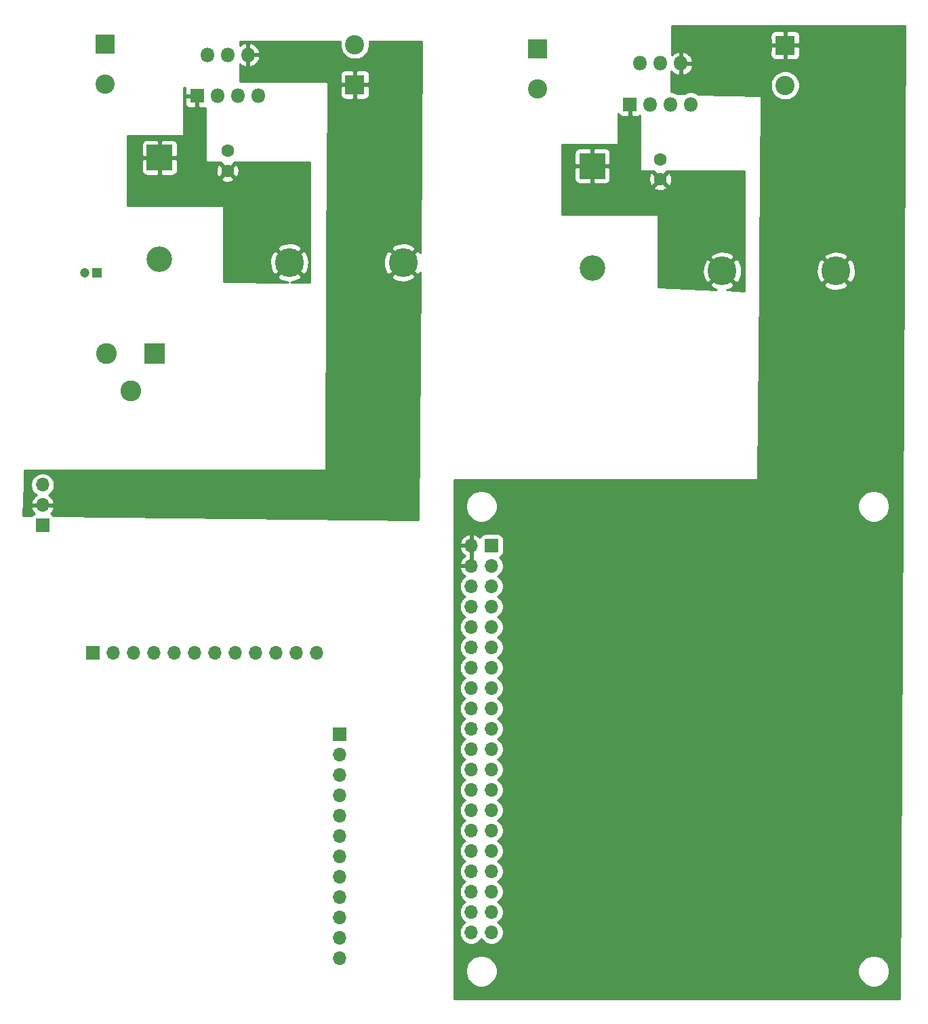
<source format=gbr>
%TF.GenerationSoftware,KiCad,Pcbnew,(5.1.9)-1*%
%TF.CreationDate,2022-02-08T11:22:36-08:00*%
%TF.ProjectId,controller_board,636f6e74-726f-46c6-9c65-725f626f6172,rev?*%
%TF.SameCoordinates,Original*%
%TF.FileFunction,Copper,L2,Bot*%
%TF.FilePolarity,Positive*%
%FSLAX46Y46*%
G04 Gerber Fmt 4.6, Leading zero omitted, Abs format (unit mm)*
G04 Created by KiCad (PCBNEW (5.1.9)-1) date 2022-02-08 11:22:36*
%MOMM*%
%LPD*%
G01*
G04 APERTURE LIST*
%TA.AperFunction,ComponentPad*%
%ADD10O,1.800000X1.800000*%
%TD*%
%TA.AperFunction,ComponentPad*%
%ADD11R,1.800000X1.800000*%
%TD*%
%TA.AperFunction,ComponentPad*%
%ADD12O,1.700000X1.700000*%
%TD*%
%TA.AperFunction,ComponentPad*%
%ADD13R,1.700000X1.700000*%
%TD*%
%TA.AperFunction,ComponentPad*%
%ADD14C,3.600000*%
%TD*%
%TA.AperFunction,ComponentPad*%
%ADD15R,3.200000X3.200000*%
%TD*%
%TA.AperFunction,ComponentPad*%
%ADD16O,3.200000X3.200000*%
%TD*%
%TA.AperFunction,ComponentPad*%
%ADD17R,2.400000X2.400000*%
%TD*%
%TA.AperFunction,ComponentPad*%
%ADD18C,2.400000*%
%TD*%
%TA.AperFunction,ComponentPad*%
%ADD19C,1.600000*%
%TD*%
%TA.AperFunction,ComponentPad*%
%ADD20C,1.200000*%
%TD*%
%TA.AperFunction,ComponentPad*%
%ADD21R,1.200000X1.200000*%
%TD*%
%TA.AperFunction,ComponentPad*%
%ADD22C,2.600000*%
%TD*%
%TA.AperFunction,ComponentPad*%
%ADD23R,2.600000X2.600000*%
%TD*%
%TA.AperFunction,Conductor*%
%ADD24C,0.254000*%
%TD*%
%TA.AperFunction,Conductor*%
%ADD25C,0.100000*%
%TD*%
G04 APERTURE END LIST*
D10*
%TO.P,U2,6*%
%TO.N,/V_servo*%
X66390000Y-71130000D03*
%TO.P,U2,4*%
%TO.N,GND*%
X63850000Y-71130000D03*
%TO.P,U2,2*%
%TO.N,/9V*%
X61310000Y-71130000D03*
%TO.P,U2,5*%
%TO.N,Net-(U2-Pad5)*%
X65120000Y-76230000D03*
%TO.P,U2,3*%
%TO.N,Net-(C4-Pad1)*%
X62580000Y-76230000D03*
D11*
%TO.P,U2,1*%
%TO.N,Net-(C4-Pad2)*%
X60040000Y-76230000D03*
D10*
%TO.P,U2,7*%
%TO.N,/Servo_OnOff*%
X67660000Y-76230000D03*
%TD*%
%TO.P,U1,6*%
%TO.N,/5V*%
X120450000Y-72180000D03*
%TO.P,U1,4*%
%TO.N,GND*%
X117910000Y-72180000D03*
%TO.P,U1,2*%
%TO.N,/9V*%
X115370000Y-72180000D03*
%TO.P,U1,5*%
%TO.N,Net-(U1-Pad5)*%
X119180000Y-77280000D03*
%TO.P,U1,3*%
%TO.N,Net-(C2-Pad1)*%
X116640000Y-77280000D03*
D11*
%TO.P,U1,1*%
%TO.N,Net-(C2-Pad2)*%
X114100000Y-77280000D03*
D10*
%TO.P,U1,7*%
%TO.N,Net-(U1-Pad7)*%
X121720000Y-77280000D03*
%TD*%
D12*
%TO.P,J1,24*%
%TO.N,Net-(J1-Pad24)*%
X94280000Y-160290000D03*
%TO.P,J1,27*%
%TO.N,Net-(J1-Pad27)*%
X96820000Y-165370000D03*
%TO.P,J1,15*%
%TO.N,Net-(J1-Pad15)*%
X96820000Y-150130000D03*
%TO.P,J1,35*%
%TO.N,Net-(J1-Pad35)*%
X96820000Y-175530000D03*
%TO.P,J1,5*%
%TO.N,Net-(J1-Pad5)*%
X96820000Y-137430000D03*
%TO.P,J1,34*%
%TO.N,GND*%
X94280000Y-172990000D03*
%TO.P,J1,36*%
%TO.N,Net-(J1-Pad36)*%
X94280000Y-175530000D03*
%TO.P,J1,20*%
%TO.N,GND*%
X94280000Y-155210000D03*
%TO.P,J1,25*%
X96820000Y-162830000D03*
%TO.P,J1,9*%
X96820000Y-142510000D03*
%TO.P,J1,4*%
%TO.N,/5V*%
X94280000Y-134890000D03*
%TO.P,J1,16*%
%TO.N,/Servo_OnOff*%
X94280000Y-150130000D03*
%TO.P,J1,11*%
%TO.N,Net-(J1-Pad11)*%
X96820000Y-145050000D03*
%TO.P,J1,30*%
%TO.N,GND*%
X94280000Y-167910000D03*
%TO.P,J1,28*%
%TO.N,Net-(J1-Pad28)*%
X94280000Y-165370000D03*
%TO.P,J1,17*%
%TO.N,Net-(J1-Pad17)*%
X96820000Y-152670000D03*
%TO.P,J1,32*%
%TO.N,/PWM*%
X94280000Y-170450000D03*
%TO.P,J1,2*%
%TO.N,/5V*%
X94280000Y-132350000D03*
%TO.P,J1,13*%
%TO.N,Net-(J1-Pad13)*%
X96820000Y-147590000D03*
%TO.P,J1,22*%
%TO.N,Net-(J1-Pad22)*%
X94280000Y-157750000D03*
%TO.P,J1,3*%
%TO.N,Net-(J1-Pad3)*%
X96820000Y-134890000D03*
%TO.P,J1,12*%
%TO.N,Net-(J1-Pad12)*%
X94280000Y-145050000D03*
%TO.P,J1,31*%
%TO.N,Net-(J1-Pad31)*%
X96820000Y-170450000D03*
%TO.P,J1,21*%
%TO.N,Net-(J1-Pad21)*%
X96820000Y-157750000D03*
%TO.P,J1,18*%
%TO.N,Net-(J1-Pad18)*%
X94280000Y-152670000D03*
%TO.P,J1,19*%
%TO.N,Net-(J1-Pad19)*%
X96820000Y-155210000D03*
%TO.P,J1,29*%
%TO.N,Net-(J1-Pad29)*%
X96820000Y-167910000D03*
%TO.P,J1,7*%
%TO.N,Net-(J1-Pad7)*%
X96820000Y-139970000D03*
%TO.P,J1,40*%
%TO.N,Net-(J1-Pad40)*%
X94280000Y-180610000D03*
%TO.P,J1,37*%
%TO.N,Net-(J1-Pad37)*%
X96820000Y-178070000D03*
%TO.P,J1,10*%
%TO.N,Net-(J1-Pad10)*%
X94280000Y-142510000D03*
%TO.P,J1,33*%
%TO.N,Net-(J1-Pad33)*%
X96820000Y-172990000D03*
%TO.P,J1,26*%
%TO.N,Net-(J1-Pad26)*%
X94280000Y-162830000D03*
%TO.P,J1,39*%
%TO.N,GND*%
X96820000Y-180610000D03*
%TO.P,J1,38*%
%TO.N,Net-(J1-Pad38)*%
X94280000Y-178070000D03*
%TO.P,J1,8*%
%TO.N,Net-(J1-Pad8)*%
X94280000Y-139970000D03*
%TO.P,J1,14*%
%TO.N,GND*%
X94280000Y-147590000D03*
D13*
%TO.P,J1,1*%
%TO.N,Net-(J1-Pad1)*%
X96820000Y-132350000D03*
D12*
%TO.P,J1,6*%
%TO.N,GND*%
X94280000Y-137430000D03*
%TO.P,J1,23*%
%TO.N,Net-(J1-Pad23)*%
X96820000Y-160290000D03*
%TD*%
%TO.P,U3,3*%
%TO.N,Net-(U3-Pad3)*%
X52075000Y-145725000D03*
%TO.P,U3,12*%
%TO.N,Net-(U3-Pad12)*%
X74935000Y-145725000D03*
%TO.P,U3,4*%
%TO.N,Net-(U3-Pad4)*%
X54615000Y-145725000D03*
%TO.P,U3,5*%
%TO.N,Net-(U3-Pad5)*%
X57155000Y-145725000D03*
%TO.P,U3,11*%
%TO.N,Net-(U3-Pad11)*%
X72395000Y-145725000D03*
D13*
%TO.P,U3,1*%
%TO.N,Net-(U3-Pad1)*%
X46995000Y-145725000D03*
D12*
%TO.P,U3,8*%
%TO.N,Net-(U3-Pad8)*%
X64775000Y-145725000D03*
%TO.P,U3,7*%
%TO.N,Net-(U3-Pad7)*%
X62235000Y-145725000D03*
%TO.P,U3,6*%
%TO.N,Net-(U3-Pad6)*%
X59695000Y-145725000D03*
%TO.P,U3,10*%
%TO.N,Net-(U3-Pad10)*%
X69855000Y-145725000D03*
%TO.P,U3,9*%
%TO.N,Net-(U3-Pad9)*%
X67315000Y-145725000D03*
%TO.P,U3,2*%
%TO.N,Net-(U3-Pad2)*%
X49535000Y-145725000D03*
%TO.P,U3,15*%
%TO.N,Net-(U3-Pad15)*%
X77870000Y-160950000D03*
%TO.P,U3,24*%
%TO.N,Net-(U3-Pad24)*%
X77870000Y-183810000D03*
%TO.P,U3,16*%
%TO.N,Net-(U3-Pad16)*%
X77870000Y-163490000D03*
%TO.P,U3,17*%
%TO.N,Net-(U3-Pad17)*%
X77870000Y-166030000D03*
%TO.P,U3,23*%
%TO.N,Net-(U3-Pad23)*%
X77870000Y-181270000D03*
D13*
%TO.P,U3,13*%
%TO.N,Net-(U3-Pad13)*%
X77870000Y-155870000D03*
D12*
%TO.P,U3,20*%
%TO.N,Net-(U3-Pad20)*%
X77870000Y-173650000D03*
%TO.P,U3,19*%
%TO.N,Net-(U3-Pad19)*%
X77870000Y-171110000D03*
%TO.P,U3,18*%
%TO.N,Net-(U3-Pad18)*%
X77870000Y-168570000D03*
%TO.P,U3,22*%
%TO.N,Net-(U3-Pad22)*%
X77870000Y-178730000D03*
%TO.P,U3,21*%
%TO.N,Net-(U3-Pad21)*%
X77870000Y-176190000D03*
%TO.P,U3,14*%
%TO.N,Net-(U3-Pad14)*%
X77870000Y-158410000D03*
%TD*%
D14*
%TO.P,L1,1*%
%TO.N,/5V*%
X139840000Y-98080000D03*
%TO.P,L1,2*%
%TO.N,Net-(C2-Pad2)*%
X125630000Y-98080000D03*
%TD*%
%TO.P,L2,1*%
%TO.N,/V_servo*%
X85780000Y-97030000D03*
%TO.P,L2,2*%
%TO.N,Net-(C4-Pad2)*%
X71570000Y-97030000D03*
%TD*%
D12*
%TO.P,J5,3*%
%TO.N,GND*%
X40750000Y-124770000D03*
%TO.P,J5,2*%
%TO.N,/V_servo*%
X40750000Y-127310000D03*
D13*
%TO.P,J5,1*%
%TO.N,/PWM*%
X40750000Y-129850000D03*
%TD*%
D15*
%TO.P,D1,1*%
%TO.N,Net-(C2-Pad2)*%
X109420000Y-84990000D03*
D16*
%TO.P,D1,2*%
%TO.N,GND*%
X109420000Y-97690000D03*
%TD*%
D17*
%TO.P,C1,1*%
%TO.N,/9V*%
X102580000Y-70350000D03*
D18*
%TO.P,C1,2*%
%TO.N,GND*%
X102580000Y-75350000D03*
%TD*%
D19*
%TO.P,C2,1*%
%TO.N,Net-(C2-Pad1)*%
X117900000Y-84140000D03*
%TO.P,C2,2*%
%TO.N,Net-(C2-Pad2)*%
X117900000Y-86640000D03*
%TD*%
D17*
%TO.P,C6,1*%
%TO.N,/5V*%
X133490000Y-69930000D03*
D18*
%TO.P,C6,2*%
%TO.N,GND*%
X133490000Y-74930000D03*
%TD*%
D16*
%TO.P,D2,2*%
%TO.N,GND*%
X55360000Y-96640000D03*
D15*
%TO.P,D2,1*%
%TO.N,Net-(C4-Pad2)*%
X55360000Y-83940000D03*
%TD*%
D18*
%TO.P,C7,2*%
%TO.N,GND*%
X79750000Y-69850000D03*
D17*
%TO.P,C7,1*%
%TO.N,/V_servo*%
X79750000Y-74850000D03*
%TD*%
D19*
%TO.P,C4,2*%
%TO.N,Net-(C4-Pad2)*%
X63840000Y-85590000D03*
%TO.P,C4,1*%
%TO.N,Net-(C4-Pad1)*%
X63840000Y-83090000D03*
%TD*%
D18*
%TO.P,C3,2*%
%TO.N,GND*%
X48520000Y-74760000D03*
D17*
%TO.P,C3,1*%
%TO.N,/9V*%
X48520000Y-69760000D03*
%TD*%
D20*
%TO.P,C5,2*%
%TO.N,GND*%
X46000000Y-98350000D03*
D21*
%TO.P,C5,1*%
%TO.N,/9V*%
X47500000Y-98350000D03*
%TD*%
D22*
%TO.P,J4,3*%
%TO.N,Net-(J4-Pad3)*%
X51750000Y-113050000D03*
%TO.P,J4,2*%
%TO.N,GND*%
X48750000Y-108350000D03*
D23*
%TO.P,J4,1*%
%TO.N,/9V*%
X54750000Y-108350000D03*
%TD*%
D24*
%TO.N,Net-(C4-Pad2)*%
X58501928Y-75330000D02*
X58505000Y-75944250D01*
X58663750Y-76103000D01*
X59913000Y-76103000D01*
X59913000Y-76083000D01*
X60167000Y-76083000D01*
X60167000Y-76103000D01*
X60187000Y-76103000D01*
X60187000Y-76357000D01*
X60167000Y-76357000D01*
X60167000Y-77606250D01*
X60325750Y-77765000D01*
X60940000Y-77768072D01*
X61064482Y-77755812D01*
X61123000Y-77738061D01*
X61123000Y-84350000D01*
X61125440Y-84374776D01*
X61132667Y-84398601D01*
X61144403Y-84420557D01*
X61160197Y-84439803D01*
X61179443Y-84455597D01*
X61201399Y-84467333D01*
X61225224Y-84474560D01*
X61250000Y-84477000D01*
X63062200Y-84477000D01*
X63026903Y-84597298D01*
X63840000Y-85410395D01*
X64653097Y-84597298D01*
X64617800Y-84477000D01*
X74123000Y-84477000D01*
X74123000Y-99472421D01*
X71735884Y-99461571D01*
X72077681Y-99423532D01*
X72534881Y-99278498D01*
X72903498Y-99081469D01*
X73095586Y-98735192D01*
X71570000Y-97209605D01*
X70044414Y-98735192D01*
X70236502Y-99081469D01*
X70662346Y-99302203D01*
X71123071Y-99435618D01*
X71408459Y-99460082D01*
X63377000Y-99423576D01*
X63377000Y-97060971D01*
X69123415Y-97060971D01*
X69176468Y-97537681D01*
X69321502Y-97994881D01*
X69518531Y-98363498D01*
X69864808Y-98555586D01*
X71390395Y-97030000D01*
X71749605Y-97030000D01*
X73275192Y-98555586D01*
X73621469Y-98363498D01*
X73842203Y-97937654D01*
X73975618Y-97476929D01*
X74016585Y-96999029D01*
X73963532Y-96522319D01*
X73818498Y-96065119D01*
X73621469Y-95696502D01*
X73275192Y-95504414D01*
X71749605Y-97030000D01*
X71390395Y-97030000D01*
X69864808Y-95504414D01*
X69518531Y-95696502D01*
X69297797Y-96122346D01*
X69164382Y-96583071D01*
X69123415Y-97060971D01*
X63377000Y-97060971D01*
X63377000Y-95324808D01*
X70044414Y-95324808D01*
X71570000Y-96850395D01*
X73095586Y-95324808D01*
X72903498Y-94978531D01*
X72477654Y-94757797D01*
X72016929Y-94624382D01*
X71539029Y-94583415D01*
X71062319Y-94636468D01*
X70605119Y-94781502D01*
X70236502Y-94978531D01*
X70044414Y-95324808D01*
X63377000Y-95324808D01*
X63377000Y-90100000D01*
X63374560Y-90075224D01*
X63367333Y-90051399D01*
X63355597Y-90029443D01*
X63339803Y-90010197D01*
X63320557Y-89994403D01*
X63298601Y-89982667D01*
X63274776Y-89975440D01*
X63250000Y-89973000D01*
X51377000Y-89973000D01*
X51377000Y-86582702D01*
X63026903Y-86582702D01*
X63098486Y-86826671D01*
X63353996Y-86947571D01*
X63628184Y-87016300D01*
X63910512Y-87030217D01*
X64190130Y-86988787D01*
X64456292Y-86893603D01*
X64581514Y-86826671D01*
X64653097Y-86582702D01*
X63840000Y-85769605D01*
X63026903Y-86582702D01*
X51377000Y-86582702D01*
X51377000Y-85540000D01*
X53121928Y-85540000D01*
X53134188Y-85664482D01*
X53170498Y-85784180D01*
X53229463Y-85894494D01*
X53308815Y-85991185D01*
X53405506Y-86070537D01*
X53515820Y-86129502D01*
X53635518Y-86165812D01*
X53760000Y-86178072D01*
X55074250Y-86175000D01*
X55233000Y-86016250D01*
X55233000Y-84067000D01*
X55487000Y-84067000D01*
X55487000Y-86016250D01*
X55645750Y-86175000D01*
X56960000Y-86178072D01*
X57084482Y-86165812D01*
X57204180Y-86129502D01*
X57314494Y-86070537D01*
X57411185Y-85991185D01*
X57490537Y-85894494D01*
X57549502Y-85784180D01*
X57585812Y-85664482D01*
X57586202Y-85660512D01*
X62399783Y-85660512D01*
X62441213Y-85940130D01*
X62536397Y-86206292D01*
X62603329Y-86331514D01*
X62847298Y-86403097D01*
X63660395Y-85590000D01*
X64019605Y-85590000D01*
X64832702Y-86403097D01*
X65076671Y-86331514D01*
X65197571Y-86076004D01*
X65266300Y-85801816D01*
X65280217Y-85519488D01*
X65238787Y-85239870D01*
X65143603Y-84973708D01*
X65076671Y-84848486D01*
X64832702Y-84776903D01*
X64019605Y-85590000D01*
X63660395Y-85590000D01*
X62847298Y-84776903D01*
X62603329Y-84848486D01*
X62482429Y-85103996D01*
X62413700Y-85378184D01*
X62399783Y-85660512D01*
X57586202Y-85660512D01*
X57598072Y-85540000D01*
X57595000Y-84225750D01*
X57436250Y-84067000D01*
X55487000Y-84067000D01*
X55233000Y-84067000D01*
X53283750Y-84067000D01*
X53125000Y-84225750D01*
X53121928Y-85540000D01*
X51377000Y-85540000D01*
X51377000Y-82340000D01*
X53121928Y-82340000D01*
X53125000Y-83654250D01*
X53283750Y-83813000D01*
X55233000Y-83813000D01*
X55233000Y-81863750D01*
X55487000Y-81863750D01*
X55487000Y-83813000D01*
X57436250Y-83813000D01*
X57595000Y-83654250D01*
X57598072Y-82340000D01*
X57585812Y-82215518D01*
X57549502Y-82095820D01*
X57490537Y-81985506D01*
X57411185Y-81888815D01*
X57314494Y-81809463D01*
X57204180Y-81750498D01*
X57084482Y-81714188D01*
X56960000Y-81701928D01*
X55645750Y-81705000D01*
X55487000Y-81863750D01*
X55233000Y-81863750D01*
X55074250Y-81705000D01*
X53760000Y-81701928D01*
X53635518Y-81714188D01*
X53515820Y-81750498D01*
X53405506Y-81809463D01*
X53308815Y-81888815D01*
X53229463Y-81985506D01*
X53170498Y-82095820D01*
X53134188Y-82215518D01*
X53121928Y-82340000D01*
X51377000Y-82340000D01*
X51377000Y-81227000D01*
X58250000Y-81227000D01*
X58274776Y-81224560D01*
X58298601Y-81217333D01*
X58320557Y-81205597D01*
X58339803Y-81189803D01*
X58355597Y-81170557D01*
X58367333Y-81148601D01*
X58374560Y-81124776D01*
X58377000Y-81100000D01*
X58377000Y-77130000D01*
X58501928Y-77130000D01*
X58514188Y-77254482D01*
X58550498Y-77374180D01*
X58609463Y-77484494D01*
X58688815Y-77581185D01*
X58785506Y-77660537D01*
X58895820Y-77719502D01*
X59015518Y-77755812D01*
X59140000Y-77768072D01*
X59754250Y-77765000D01*
X59913000Y-77606250D01*
X59913000Y-76357000D01*
X58663750Y-76357000D01*
X58505000Y-76515750D01*
X58501928Y-77130000D01*
X58377000Y-77130000D01*
X58377000Y-75227000D01*
X58512072Y-75227000D01*
X58501928Y-75330000D01*
%TA.AperFunction,Conductor*%
D25*
G36*
X58501928Y-75330000D02*
G01*
X58505000Y-75944250D01*
X58663750Y-76103000D01*
X59913000Y-76103000D01*
X59913000Y-76083000D01*
X60167000Y-76083000D01*
X60167000Y-76103000D01*
X60187000Y-76103000D01*
X60187000Y-76357000D01*
X60167000Y-76357000D01*
X60167000Y-77606250D01*
X60325750Y-77765000D01*
X60940000Y-77768072D01*
X61064482Y-77755812D01*
X61123000Y-77738061D01*
X61123000Y-84350000D01*
X61125440Y-84374776D01*
X61132667Y-84398601D01*
X61144403Y-84420557D01*
X61160197Y-84439803D01*
X61179443Y-84455597D01*
X61201399Y-84467333D01*
X61225224Y-84474560D01*
X61250000Y-84477000D01*
X63062200Y-84477000D01*
X63026903Y-84597298D01*
X63840000Y-85410395D01*
X64653097Y-84597298D01*
X64617800Y-84477000D01*
X74123000Y-84477000D01*
X74123000Y-99472421D01*
X71735884Y-99461571D01*
X72077681Y-99423532D01*
X72534881Y-99278498D01*
X72903498Y-99081469D01*
X73095586Y-98735192D01*
X71570000Y-97209605D01*
X70044414Y-98735192D01*
X70236502Y-99081469D01*
X70662346Y-99302203D01*
X71123071Y-99435618D01*
X71408459Y-99460082D01*
X63377000Y-99423576D01*
X63377000Y-97060971D01*
X69123415Y-97060971D01*
X69176468Y-97537681D01*
X69321502Y-97994881D01*
X69518531Y-98363498D01*
X69864808Y-98555586D01*
X71390395Y-97030000D01*
X71749605Y-97030000D01*
X73275192Y-98555586D01*
X73621469Y-98363498D01*
X73842203Y-97937654D01*
X73975618Y-97476929D01*
X74016585Y-96999029D01*
X73963532Y-96522319D01*
X73818498Y-96065119D01*
X73621469Y-95696502D01*
X73275192Y-95504414D01*
X71749605Y-97030000D01*
X71390395Y-97030000D01*
X69864808Y-95504414D01*
X69518531Y-95696502D01*
X69297797Y-96122346D01*
X69164382Y-96583071D01*
X69123415Y-97060971D01*
X63377000Y-97060971D01*
X63377000Y-95324808D01*
X70044414Y-95324808D01*
X71570000Y-96850395D01*
X73095586Y-95324808D01*
X72903498Y-94978531D01*
X72477654Y-94757797D01*
X72016929Y-94624382D01*
X71539029Y-94583415D01*
X71062319Y-94636468D01*
X70605119Y-94781502D01*
X70236502Y-94978531D01*
X70044414Y-95324808D01*
X63377000Y-95324808D01*
X63377000Y-90100000D01*
X63374560Y-90075224D01*
X63367333Y-90051399D01*
X63355597Y-90029443D01*
X63339803Y-90010197D01*
X63320557Y-89994403D01*
X63298601Y-89982667D01*
X63274776Y-89975440D01*
X63250000Y-89973000D01*
X51377000Y-89973000D01*
X51377000Y-86582702D01*
X63026903Y-86582702D01*
X63098486Y-86826671D01*
X63353996Y-86947571D01*
X63628184Y-87016300D01*
X63910512Y-87030217D01*
X64190130Y-86988787D01*
X64456292Y-86893603D01*
X64581514Y-86826671D01*
X64653097Y-86582702D01*
X63840000Y-85769605D01*
X63026903Y-86582702D01*
X51377000Y-86582702D01*
X51377000Y-85540000D01*
X53121928Y-85540000D01*
X53134188Y-85664482D01*
X53170498Y-85784180D01*
X53229463Y-85894494D01*
X53308815Y-85991185D01*
X53405506Y-86070537D01*
X53515820Y-86129502D01*
X53635518Y-86165812D01*
X53760000Y-86178072D01*
X55074250Y-86175000D01*
X55233000Y-86016250D01*
X55233000Y-84067000D01*
X55487000Y-84067000D01*
X55487000Y-86016250D01*
X55645750Y-86175000D01*
X56960000Y-86178072D01*
X57084482Y-86165812D01*
X57204180Y-86129502D01*
X57314494Y-86070537D01*
X57411185Y-85991185D01*
X57490537Y-85894494D01*
X57549502Y-85784180D01*
X57585812Y-85664482D01*
X57586202Y-85660512D01*
X62399783Y-85660512D01*
X62441213Y-85940130D01*
X62536397Y-86206292D01*
X62603329Y-86331514D01*
X62847298Y-86403097D01*
X63660395Y-85590000D01*
X64019605Y-85590000D01*
X64832702Y-86403097D01*
X65076671Y-86331514D01*
X65197571Y-86076004D01*
X65266300Y-85801816D01*
X65280217Y-85519488D01*
X65238787Y-85239870D01*
X65143603Y-84973708D01*
X65076671Y-84848486D01*
X64832702Y-84776903D01*
X64019605Y-85590000D01*
X63660395Y-85590000D01*
X62847298Y-84776903D01*
X62603329Y-84848486D01*
X62482429Y-85103996D01*
X62413700Y-85378184D01*
X62399783Y-85660512D01*
X57586202Y-85660512D01*
X57598072Y-85540000D01*
X57595000Y-84225750D01*
X57436250Y-84067000D01*
X55487000Y-84067000D01*
X55233000Y-84067000D01*
X53283750Y-84067000D01*
X53125000Y-84225750D01*
X53121928Y-85540000D01*
X51377000Y-85540000D01*
X51377000Y-82340000D01*
X53121928Y-82340000D01*
X53125000Y-83654250D01*
X53283750Y-83813000D01*
X55233000Y-83813000D01*
X55233000Y-81863750D01*
X55487000Y-81863750D01*
X55487000Y-83813000D01*
X57436250Y-83813000D01*
X57595000Y-83654250D01*
X57598072Y-82340000D01*
X57585812Y-82215518D01*
X57549502Y-82095820D01*
X57490537Y-81985506D01*
X57411185Y-81888815D01*
X57314494Y-81809463D01*
X57204180Y-81750498D01*
X57084482Y-81714188D01*
X56960000Y-81701928D01*
X55645750Y-81705000D01*
X55487000Y-81863750D01*
X55233000Y-81863750D01*
X55074250Y-81705000D01*
X53760000Y-81701928D01*
X53635518Y-81714188D01*
X53515820Y-81750498D01*
X53405506Y-81809463D01*
X53308815Y-81888815D01*
X53229463Y-81985506D01*
X53170498Y-82095820D01*
X53134188Y-82215518D01*
X53121928Y-82340000D01*
X51377000Y-82340000D01*
X51377000Y-81227000D01*
X58250000Y-81227000D01*
X58274776Y-81224560D01*
X58298601Y-81217333D01*
X58320557Y-81205597D01*
X58339803Y-81189803D01*
X58355597Y-81170557D01*
X58367333Y-81148601D01*
X58374560Y-81124776D01*
X58377000Y-81100000D01*
X58377000Y-77130000D01*
X58501928Y-77130000D01*
X58514188Y-77254482D01*
X58550498Y-77374180D01*
X58609463Y-77484494D01*
X58688815Y-77581185D01*
X58785506Y-77660537D01*
X58895820Y-77719502D01*
X59015518Y-77755812D01*
X59140000Y-77768072D01*
X59754250Y-77765000D01*
X59913000Y-77606250D01*
X59913000Y-76357000D01*
X58663750Y-76357000D01*
X58505000Y-76515750D01*
X58501928Y-77130000D01*
X58377000Y-77130000D01*
X58377000Y-75227000D01*
X58512072Y-75227000D01*
X58501928Y-75330000D01*
G37*
%TD.AperFunction*%
%TD*%
D24*
%TO.N,/V_servo*%
X77915000Y-69669268D02*
X77915000Y-70030732D01*
X77985518Y-70385250D01*
X78123844Y-70719199D01*
X78324662Y-71019744D01*
X78580256Y-71275338D01*
X78880801Y-71476156D01*
X79214750Y-71614482D01*
X79569268Y-71685000D01*
X79930732Y-71685000D01*
X80285250Y-71614482D01*
X80619199Y-71476156D01*
X80919744Y-71275338D01*
X81175338Y-71019744D01*
X81376156Y-70719199D01*
X81514482Y-70385250D01*
X81585000Y-70030732D01*
X81585000Y-69669268D01*
X81546756Y-69477000D01*
X88122069Y-69477000D01*
X87929230Y-95879401D01*
X87831469Y-95696502D01*
X87485192Y-95504414D01*
X85959605Y-97030000D01*
X87485192Y-98555586D01*
X87831469Y-98363498D01*
X87912224Y-98207703D01*
X87686433Y-129121723D01*
X42139789Y-128662815D01*
X42130537Y-128645506D01*
X42051185Y-128548815D01*
X41954494Y-128469463D01*
X41844180Y-128410498D01*
X41763534Y-128386034D01*
X41847588Y-128310269D01*
X42021641Y-128076920D01*
X42146825Y-127814099D01*
X42191476Y-127666890D01*
X42070155Y-127437000D01*
X40877000Y-127437000D01*
X40877000Y-127457000D01*
X40623000Y-127457000D01*
X40623000Y-127437000D01*
X39429845Y-127437000D01*
X39308524Y-127666890D01*
X39353175Y-127814099D01*
X39478359Y-128076920D01*
X39652412Y-128310269D01*
X39736466Y-128386034D01*
X39655820Y-128410498D01*
X39545506Y-128469463D01*
X39448815Y-128548815D01*
X39378094Y-128634989D01*
X38318558Y-128624314D01*
X38445695Y-124623740D01*
X39265000Y-124623740D01*
X39265000Y-124916260D01*
X39322068Y-125203158D01*
X39434010Y-125473411D01*
X39596525Y-125716632D01*
X39803368Y-125923475D01*
X39985534Y-126045195D01*
X39868645Y-126114822D01*
X39652412Y-126309731D01*
X39478359Y-126543080D01*
X39353175Y-126805901D01*
X39308524Y-126953110D01*
X39429845Y-127183000D01*
X40623000Y-127183000D01*
X40623000Y-127163000D01*
X40877000Y-127163000D01*
X40877000Y-127183000D01*
X42070155Y-127183000D01*
X42191476Y-126953110D01*
X42146825Y-126805901D01*
X42021641Y-126543080D01*
X41847588Y-126309731D01*
X41631355Y-126114822D01*
X41514466Y-126045195D01*
X41696632Y-125923475D01*
X41903475Y-125716632D01*
X42065990Y-125473411D01*
X42177932Y-125203158D01*
X42235000Y-124916260D01*
X42235000Y-124623740D01*
X42177932Y-124336842D01*
X42065990Y-124066589D01*
X41903475Y-123823368D01*
X41696632Y-123616525D01*
X41453411Y-123454010D01*
X41183158Y-123342068D01*
X40896260Y-123285000D01*
X40603740Y-123285000D01*
X40316842Y-123342068D01*
X40046589Y-123454010D01*
X39803368Y-123616525D01*
X39596525Y-123823368D01*
X39434010Y-124066589D01*
X39322068Y-124336842D01*
X39265000Y-124623740D01*
X38445695Y-124623740D01*
X38498028Y-122977000D01*
X76000000Y-122977000D01*
X76024776Y-122974560D01*
X76048601Y-122967333D01*
X76070557Y-122955597D01*
X76089803Y-122939803D01*
X76105597Y-122920557D01*
X76117333Y-122898601D01*
X76124560Y-122874776D01*
X76126998Y-122850658D01*
X76251948Y-98735192D01*
X84254414Y-98735192D01*
X84446502Y-99081469D01*
X84872346Y-99302203D01*
X85333071Y-99435618D01*
X85810971Y-99476585D01*
X86287681Y-99423532D01*
X86744881Y-99278498D01*
X87113498Y-99081469D01*
X87305586Y-98735192D01*
X85780000Y-97209605D01*
X84254414Y-98735192D01*
X76251948Y-98735192D01*
X76260623Y-97060971D01*
X83333415Y-97060971D01*
X83386468Y-97537681D01*
X83531502Y-97994881D01*
X83728531Y-98363498D01*
X84074808Y-98555586D01*
X85600395Y-97030000D01*
X84074808Y-95504414D01*
X83728531Y-95696502D01*
X83507797Y-96122346D01*
X83374382Y-96583071D01*
X83333415Y-97060971D01*
X76260623Y-97060971D01*
X76269618Y-95324808D01*
X84254414Y-95324808D01*
X85780000Y-96850395D01*
X87305586Y-95324808D01*
X87113498Y-94978531D01*
X86687654Y-94757797D01*
X86226929Y-94624382D01*
X85749029Y-94583415D01*
X85272319Y-94636468D01*
X84815119Y-94781502D01*
X84446502Y-94978531D01*
X84254414Y-95324808D01*
X76269618Y-95324808D01*
X76369488Y-76050000D01*
X77911928Y-76050000D01*
X77924188Y-76174482D01*
X77960498Y-76294180D01*
X78019463Y-76404494D01*
X78098815Y-76501185D01*
X78195506Y-76580537D01*
X78305820Y-76639502D01*
X78425518Y-76675812D01*
X78550000Y-76688072D01*
X79464250Y-76685000D01*
X79623000Y-76526250D01*
X79623000Y-74977000D01*
X79877000Y-74977000D01*
X79877000Y-76526250D01*
X80035750Y-76685000D01*
X80950000Y-76688072D01*
X81074482Y-76675812D01*
X81194180Y-76639502D01*
X81304494Y-76580537D01*
X81401185Y-76501185D01*
X81480537Y-76404494D01*
X81539502Y-76294180D01*
X81575812Y-76174482D01*
X81588072Y-76050000D01*
X81585000Y-75135750D01*
X81426250Y-74977000D01*
X79877000Y-74977000D01*
X79623000Y-74977000D01*
X78073750Y-74977000D01*
X77915000Y-75135750D01*
X77911928Y-76050000D01*
X76369488Y-76050000D01*
X76376998Y-74600658D01*
X76374686Y-74575869D01*
X76367583Y-74552008D01*
X76355961Y-74529991D01*
X76340267Y-74510664D01*
X76321104Y-74494770D01*
X76299208Y-74482921D01*
X76275422Y-74475570D01*
X76250000Y-74473000D01*
X65377000Y-74473000D01*
X65377000Y-73650000D01*
X77911928Y-73650000D01*
X77915000Y-74564250D01*
X78073750Y-74723000D01*
X79623000Y-74723000D01*
X79623000Y-73173750D01*
X79877000Y-73173750D01*
X79877000Y-74723000D01*
X81426250Y-74723000D01*
X81585000Y-74564250D01*
X81588072Y-73650000D01*
X81575812Y-73525518D01*
X81539502Y-73405820D01*
X81480537Y-73295506D01*
X81401185Y-73198815D01*
X81304494Y-73119463D01*
X81194180Y-73060498D01*
X81074482Y-73024188D01*
X80950000Y-73011928D01*
X80035750Y-73015000D01*
X79877000Y-73173750D01*
X79623000Y-73173750D01*
X79464250Y-73015000D01*
X78550000Y-73011928D01*
X78425518Y-73024188D01*
X78305820Y-73060498D01*
X78195506Y-73119463D01*
X78098815Y-73198815D01*
X78019463Y-73295506D01*
X77960498Y-73405820D01*
X77924188Y-73525518D01*
X77911928Y-73650000D01*
X65377000Y-73650000D01*
X65377000Y-72273465D01*
X65482427Y-72367962D01*
X65741380Y-72521234D01*
X66025259Y-72621041D01*
X66263000Y-72500992D01*
X66263000Y-71257000D01*
X66517000Y-71257000D01*
X66517000Y-72500992D01*
X66754741Y-72621041D01*
X67038620Y-72521234D01*
X67297573Y-72367962D01*
X67521649Y-72167116D01*
X67702236Y-71926414D01*
X67832394Y-71655107D01*
X67881036Y-71494740D01*
X67760378Y-71257000D01*
X66517000Y-71257000D01*
X66263000Y-71257000D01*
X66243000Y-71257000D01*
X66243000Y-71003000D01*
X66263000Y-71003000D01*
X66263000Y-69759008D01*
X66517000Y-69759008D01*
X66517000Y-71003000D01*
X67760378Y-71003000D01*
X67881036Y-70765260D01*
X67832394Y-70604893D01*
X67702236Y-70333586D01*
X67521649Y-70092884D01*
X67297573Y-69892038D01*
X67038620Y-69738766D01*
X66754741Y-69638959D01*
X66517000Y-69759008D01*
X66263000Y-69759008D01*
X66025259Y-69638959D01*
X65741380Y-69738766D01*
X65482427Y-69892038D01*
X65377000Y-69986535D01*
X65377000Y-69477000D01*
X77953244Y-69477000D01*
X77915000Y-69669268D01*
%TA.AperFunction,Conductor*%
D25*
G36*
X77915000Y-69669268D02*
G01*
X77915000Y-70030732D01*
X77985518Y-70385250D01*
X78123844Y-70719199D01*
X78324662Y-71019744D01*
X78580256Y-71275338D01*
X78880801Y-71476156D01*
X79214750Y-71614482D01*
X79569268Y-71685000D01*
X79930732Y-71685000D01*
X80285250Y-71614482D01*
X80619199Y-71476156D01*
X80919744Y-71275338D01*
X81175338Y-71019744D01*
X81376156Y-70719199D01*
X81514482Y-70385250D01*
X81585000Y-70030732D01*
X81585000Y-69669268D01*
X81546756Y-69477000D01*
X88122069Y-69477000D01*
X87929230Y-95879401D01*
X87831469Y-95696502D01*
X87485192Y-95504414D01*
X85959605Y-97030000D01*
X87485192Y-98555586D01*
X87831469Y-98363498D01*
X87912224Y-98207703D01*
X87686433Y-129121723D01*
X42139789Y-128662815D01*
X42130537Y-128645506D01*
X42051185Y-128548815D01*
X41954494Y-128469463D01*
X41844180Y-128410498D01*
X41763534Y-128386034D01*
X41847588Y-128310269D01*
X42021641Y-128076920D01*
X42146825Y-127814099D01*
X42191476Y-127666890D01*
X42070155Y-127437000D01*
X40877000Y-127437000D01*
X40877000Y-127457000D01*
X40623000Y-127457000D01*
X40623000Y-127437000D01*
X39429845Y-127437000D01*
X39308524Y-127666890D01*
X39353175Y-127814099D01*
X39478359Y-128076920D01*
X39652412Y-128310269D01*
X39736466Y-128386034D01*
X39655820Y-128410498D01*
X39545506Y-128469463D01*
X39448815Y-128548815D01*
X39378094Y-128634989D01*
X38318558Y-128624314D01*
X38445695Y-124623740D01*
X39265000Y-124623740D01*
X39265000Y-124916260D01*
X39322068Y-125203158D01*
X39434010Y-125473411D01*
X39596525Y-125716632D01*
X39803368Y-125923475D01*
X39985534Y-126045195D01*
X39868645Y-126114822D01*
X39652412Y-126309731D01*
X39478359Y-126543080D01*
X39353175Y-126805901D01*
X39308524Y-126953110D01*
X39429845Y-127183000D01*
X40623000Y-127183000D01*
X40623000Y-127163000D01*
X40877000Y-127163000D01*
X40877000Y-127183000D01*
X42070155Y-127183000D01*
X42191476Y-126953110D01*
X42146825Y-126805901D01*
X42021641Y-126543080D01*
X41847588Y-126309731D01*
X41631355Y-126114822D01*
X41514466Y-126045195D01*
X41696632Y-125923475D01*
X41903475Y-125716632D01*
X42065990Y-125473411D01*
X42177932Y-125203158D01*
X42235000Y-124916260D01*
X42235000Y-124623740D01*
X42177932Y-124336842D01*
X42065990Y-124066589D01*
X41903475Y-123823368D01*
X41696632Y-123616525D01*
X41453411Y-123454010D01*
X41183158Y-123342068D01*
X40896260Y-123285000D01*
X40603740Y-123285000D01*
X40316842Y-123342068D01*
X40046589Y-123454010D01*
X39803368Y-123616525D01*
X39596525Y-123823368D01*
X39434010Y-124066589D01*
X39322068Y-124336842D01*
X39265000Y-124623740D01*
X38445695Y-124623740D01*
X38498028Y-122977000D01*
X76000000Y-122977000D01*
X76024776Y-122974560D01*
X76048601Y-122967333D01*
X76070557Y-122955597D01*
X76089803Y-122939803D01*
X76105597Y-122920557D01*
X76117333Y-122898601D01*
X76124560Y-122874776D01*
X76126998Y-122850658D01*
X76251948Y-98735192D01*
X84254414Y-98735192D01*
X84446502Y-99081469D01*
X84872346Y-99302203D01*
X85333071Y-99435618D01*
X85810971Y-99476585D01*
X86287681Y-99423532D01*
X86744881Y-99278498D01*
X87113498Y-99081469D01*
X87305586Y-98735192D01*
X85780000Y-97209605D01*
X84254414Y-98735192D01*
X76251948Y-98735192D01*
X76260623Y-97060971D01*
X83333415Y-97060971D01*
X83386468Y-97537681D01*
X83531502Y-97994881D01*
X83728531Y-98363498D01*
X84074808Y-98555586D01*
X85600395Y-97030000D01*
X84074808Y-95504414D01*
X83728531Y-95696502D01*
X83507797Y-96122346D01*
X83374382Y-96583071D01*
X83333415Y-97060971D01*
X76260623Y-97060971D01*
X76269618Y-95324808D01*
X84254414Y-95324808D01*
X85780000Y-96850395D01*
X87305586Y-95324808D01*
X87113498Y-94978531D01*
X86687654Y-94757797D01*
X86226929Y-94624382D01*
X85749029Y-94583415D01*
X85272319Y-94636468D01*
X84815119Y-94781502D01*
X84446502Y-94978531D01*
X84254414Y-95324808D01*
X76269618Y-95324808D01*
X76369488Y-76050000D01*
X77911928Y-76050000D01*
X77924188Y-76174482D01*
X77960498Y-76294180D01*
X78019463Y-76404494D01*
X78098815Y-76501185D01*
X78195506Y-76580537D01*
X78305820Y-76639502D01*
X78425518Y-76675812D01*
X78550000Y-76688072D01*
X79464250Y-76685000D01*
X79623000Y-76526250D01*
X79623000Y-74977000D01*
X79877000Y-74977000D01*
X79877000Y-76526250D01*
X80035750Y-76685000D01*
X80950000Y-76688072D01*
X81074482Y-76675812D01*
X81194180Y-76639502D01*
X81304494Y-76580537D01*
X81401185Y-76501185D01*
X81480537Y-76404494D01*
X81539502Y-76294180D01*
X81575812Y-76174482D01*
X81588072Y-76050000D01*
X81585000Y-75135750D01*
X81426250Y-74977000D01*
X79877000Y-74977000D01*
X79623000Y-74977000D01*
X78073750Y-74977000D01*
X77915000Y-75135750D01*
X77911928Y-76050000D01*
X76369488Y-76050000D01*
X76376998Y-74600658D01*
X76374686Y-74575869D01*
X76367583Y-74552008D01*
X76355961Y-74529991D01*
X76340267Y-74510664D01*
X76321104Y-74494770D01*
X76299208Y-74482921D01*
X76275422Y-74475570D01*
X76250000Y-74473000D01*
X65377000Y-74473000D01*
X65377000Y-73650000D01*
X77911928Y-73650000D01*
X77915000Y-74564250D01*
X78073750Y-74723000D01*
X79623000Y-74723000D01*
X79623000Y-73173750D01*
X79877000Y-73173750D01*
X79877000Y-74723000D01*
X81426250Y-74723000D01*
X81585000Y-74564250D01*
X81588072Y-73650000D01*
X81575812Y-73525518D01*
X81539502Y-73405820D01*
X81480537Y-73295506D01*
X81401185Y-73198815D01*
X81304494Y-73119463D01*
X81194180Y-73060498D01*
X81074482Y-73024188D01*
X80950000Y-73011928D01*
X80035750Y-73015000D01*
X79877000Y-73173750D01*
X79623000Y-73173750D01*
X79464250Y-73015000D01*
X78550000Y-73011928D01*
X78425518Y-73024188D01*
X78305820Y-73060498D01*
X78195506Y-73119463D01*
X78098815Y-73198815D01*
X78019463Y-73295506D01*
X77960498Y-73405820D01*
X77924188Y-73525518D01*
X77911928Y-73650000D01*
X65377000Y-73650000D01*
X65377000Y-72273465D01*
X65482427Y-72367962D01*
X65741380Y-72521234D01*
X66025259Y-72621041D01*
X66263000Y-72500992D01*
X66263000Y-71257000D01*
X66517000Y-71257000D01*
X66517000Y-72500992D01*
X66754741Y-72621041D01*
X67038620Y-72521234D01*
X67297573Y-72367962D01*
X67521649Y-72167116D01*
X67702236Y-71926414D01*
X67832394Y-71655107D01*
X67881036Y-71494740D01*
X67760378Y-71257000D01*
X66517000Y-71257000D01*
X66263000Y-71257000D01*
X66243000Y-71257000D01*
X66243000Y-71003000D01*
X66263000Y-71003000D01*
X66263000Y-69759008D01*
X66517000Y-69759008D01*
X66517000Y-71003000D01*
X67760378Y-71003000D01*
X67881036Y-70765260D01*
X67832394Y-70604893D01*
X67702236Y-70333586D01*
X67521649Y-70092884D01*
X67297573Y-69892038D01*
X67038620Y-69738766D01*
X66754741Y-69638959D01*
X66517000Y-69759008D01*
X66263000Y-69759008D01*
X66025259Y-69638959D01*
X65741380Y-69738766D01*
X65482427Y-69892038D01*
X65377000Y-69986535D01*
X65377000Y-69477000D01*
X77953244Y-69477000D01*
X77915000Y-69669268D01*
G37*
%TD.AperFunction*%
%TD*%
D24*
%TO.N,Net-(C2-Pad2)*%
X114227000Y-77153000D02*
X114247000Y-77153000D01*
X114247000Y-77407000D01*
X114227000Y-77407000D01*
X114227000Y-78656250D01*
X114385750Y-78815000D01*
X115000000Y-78818072D01*
X115124482Y-78805812D01*
X115244180Y-78769502D01*
X115354494Y-78710537D01*
X115373000Y-78695350D01*
X115373000Y-85450000D01*
X115375440Y-85474776D01*
X115382667Y-85498601D01*
X115394403Y-85520557D01*
X115410197Y-85539803D01*
X115429443Y-85555597D01*
X115451399Y-85567333D01*
X115475224Y-85574560D01*
X115500000Y-85577000D01*
X117107529Y-85577000D01*
X117086903Y-85647298D01*
X117900000Y-86460395D01*
X118713097Y-85647298D01*
X118692471Y-85577000D01*
X128373000Y-85577000D01*
X128373000Y-100567096D01*
X126159853Y-100466499D01*
X126594881Y-100328498D01*
X126963498Y-100131469D01*
X127155586Y-99785192D01*
X125630000Y-98259605D01*
X124104414Y-99785192D01*
X124296502Y-100131469D01*
X124722346Y-100352203D01*
X124922879Y-100410272D01*
X117627000Y-100078642D01*
X117627000Y-98110971D01*
X123183415Y-98110971D01*
X123236468Y-98587681D01*
X123381502Y-99044881D01*
X123578531Y-99413498D01*
X123924808Y-99605586D01*
X125450395Y-98080000D01*
X125809605Y-98080000D01*
X127335192Y-99605586D01*
X127681469Y-99413498D01*
X127902203Y-98987654D01*
X128035618Y-98526929D01*
X128076585Y-98049029D01*
X128023532Y-97572319D01*
X127878498Y-97115119D01*
X127681469Y-96746502D01*
X127335192Y-96554414D01*
X125809605Y-98080000D01*
X125450395Y-98080000D01*
X123924808Y-96554414D01*
X123578531Y-96746502D01*
X123357797Y-97172346D01*
X123224382Y-97633071D01*
X123183415Y-98110971D01*
X117627000Y-98110971D01*
X117627000Y-96374808D01*
X124104414Y-96374808D01*
X125630000Y-97900395D01*
X127155586Y-96374808D01*
X126963498Y-96028531D01*
X126537654Y-95807797D01*
X126076929Y-95674382D01*
X125599029Y-95633415D01*
X125122319Y-95686468D01*
X124665119Y-95831502D01*
X124296502Y-96028531D01*
X124104414Y-96374808D01*
X117627000Y-96374808D01*
X117627000Y-91200000D01*
X117624560Y-91175224D01*
X117617333Y-91151399D01*
X117605597Y-91129443D01*
X117589803Y-91110197D01*
X117570557Y-91094403D01*
X117548601Y-91082667D01*
X117524776Y-91075440D01*
X117500000Y-91073000D01*
X105627000Y-91073000D01*
X105627000Y-87632702D01*
X117086903Y-87632702D01*
X117158486Y-87876671D01*
X117413996Y-87997571D01*
X117688184Y-88066300D01*
X117970512Y-88080217D01*
X118250130Y-88038787D01*
X118516292Y-87943603D01*
X118641514Y-87876671D01*
X118713097Y-87632702D01*
X117900000Y-86819605D01*
X117086903Y-87632702D01*
X105627000Y-87632702D01*
X105627000Y-86590000D01*
X107181928Y-86590000D01*
X107194188Y-86714482D01*
X107230498Y-86834180D01*
X107289463Y-86944494D01*
X107368815Y-87041185D01*
X107465506Y-87120537D01*
X107575820Y-87179502D01*
X107695518Y-87215812D01*
X107820000Y-87228072D01*
X109134250Y-87225000D01*
X109293000Y-87066250D01*
X109293000Y-85117000D01*
X109547000Y-85117000D01*
X109547000Y-87066250D01*
X109705750Y-87225000D01*
X111020000Y-87228072D01*
X111144482Y-87215812D01*
X111264180Y-87179502D01*
X111374494Y-87120537D01*
X111471185Y-87041185D01*
X111550537Y-86944494D01*
X111609502Y-86834180D01*
X111645812Y-86714482D01*
X111646202Y-86710512D01*
X116459783Y-86710512D01*
X116501213Y-86990130D01*
X116596397Y-87256292D01*
X116663329Y-87381514D01*
X116907298Y-87453097D01*
X117720395Y-86640000D01*
X118079605Y-86640000D01*
X118892702Y-87453097D01*
X119136671Y-87381514D01*
X119257571Y-87126004D01*
X119326300Y-86851816D01*
X119340217Y-86569488D01*
X119298787Y-86289870D01*
X119203603Y-86023708D01*
X119136671Y-85898486D01*
X118892702Y-85826903D01*
X118079605Y-86640000D01*
X117720395Y-86640000D01*
X116907298Y-85826903D01*
X116663329Y-85898486D01*
X116542429Y-86153996D01*
X116473700Y-86428184D01*
X116459783Y-86710512D01*
X111646202Y-86710512D01*
X111658072Y-86590000D01*
X111655000Y-85275750D01*
X111496250Y-85117000D01*
X109547000Y-85117000D01*
X109293000Y-85117000D01*
X107343750Y-85117000D01*
X107185000Y-85275750D01*
X107181928Y-86590000D01*
X105627000Y-86590000D01*
X105627000Y-83390000D01*
X107181928Y-83390000D01*
X107185000Y-84704250D01*
X107343750Y-84863000D01*
X109293000Y-84863000D01*
X109293000Y-82913750D01*
X109547000Y-82913750D01*
X109547000Y-84863000D01*
X111496250Y-84863000D01*
X111655000Y-84704250D01*
X111658072Y-83390000D01*
X111645812Y-83265518D01*
X111609502Y-83145820D01*
X111550537Y-83035506D01*
X111471185Y-82938815D01*
X111374494Y-82859463D01*
X111264180Y-82800498D01*
X111144482Y-82764188D01*
X111020000Y-82751928D01*
X109705750Y-82755000D01*
X109547000Y-82913750D01*
X109293000Y-82913750D01*
X109134250Y-82755000D01*
X107820000Y-82751928D01*
X107695518Y-82764188D01*
X107575820Y-82800498D01*
X107465506Y-82859463D01*
X107368815Y-82938815D01*
X107289463Y-83035506D01*
X107230498Y-83145820D01*
X107194188Y-83265518D01*
X107181928Y-83390000D01*
X105627000Y-83390000D01*
X105627000Y-82327000D01*
X112500000Y-82327000D01*
X112524776Y-82324560D01*
X112548601Y-82317333D01*
X112570557Y-82305597D01*
X112589803Y-82289803D01*
X112605597Y-82270557D01*
X112617333Y-82248601D01*
X112624560Y-82224776D01*
X112627000Y-82200000D01*
X112627000Y-78455053D01*
X112669463Y-78534494D01*
X112748815Y-78631185D01*
X112845506Y-78710537D01*
X112955820Y-78769502D01*
X113075518Y-78805812D01*
X113200000Y-78818072D01*
X113814250Y-78815000D01*
X113973000Y-78656250D01*
X113973000Y-77407000D01*
X113953000Y-77407000D01*
X113953000Y-77153000D01*
X113973000Y-77153000D01*
X113973000Y-77133000D01*
X114227000Y-77133000D01*
X114227000Y-77153000D01*
%TA.AperFunction,Conductor*%
D25*
G36*
X114227000Y-77153000D02*
G01*
X114247000Y-77153000D01*
X114247000Y-77407000D01*
X114227000Y-77407000D01*
X114227000Y-78656250D01*
X114385750Y-78815000D01*
X115000000Y-78818072D01*
X115124482Y-78805812D01*
X115244180Y-78769502D01*
X115354494Y-78710537D01*
X115373000Y-78695350D01*
X115373000Y-85450000D01*
X115375440Y-85474776D01*
X115382667Y-85498601D01*
X115394403Y-85520557D01*
X115410197Y-85539803D01*
X115429443Y-85555597D01*
X115451399Y-85567333D01*
X115475224Y-85574560D01*
X115500000Y-85577000D01*
X117107529Y-85577000D01*
X117086903Y-85647298D01*
X117900000Y-86460395D01*
X118713097Y-85647298D01*
X118692471Y-85577000D01*
X128373000Y-85577000D01*
X128373000Y-100567096D01*
X126159853Y-100466499D01*
X126594881Y-100328498D01*
X126963498Y-100131469D01*
X127155586Y-99785192D01*
X125630000Y-98259605D01*
X124104414Y-99785192D01*
X124296502Y-100131469D01*
X124722346Y-100352203D01*
X124922879Y-100410272D01*
X117627000Y-100078642D01*
X117627000Y-98110971D01*
X123183415Y-98110971D01*
X123236468Y-98587681D01*
X123381502Y-99044881D01*
X123578531Y-99413498D01*
X123924808Y-99605586D01*
X125450395Y-98080000D01*
X125809605Y-98080000D01*
X127335192Y-99605586D01*
X127681469Y-99413498D01*
X127902203Y-98987654D01*
X128035618Y-98526929D01*
X128076585Y-98049029D01*
X128023532Y-97572319D01*
X127878498Y-97115119D01*
X127681469Y-96746502D01*
X127335192Y-96554414D01*
X125809605Y-98080000D01*
X125450395Y-98080000D01*
X123924808Y-96554414D01*
X123578531Y-96746502D01*
X123357797Y-97172346D01*
X123224382Y-97633071D01*
X123183415Y-98110971D01*
X117627000Y-98110971D01*
X117627000Y-96374808D01*
X124104414Y-96374808D01*
X125630000Y-97900395D01*
X127155586Y-96374808D01*
X126963498Y-96028531D01*
X126537654Y-95807797D01*
X126076929Y-95674382D01*
X125599029Y-95633415D01*
X125122319Y-95686468D01*
X124665119Y-95831502D01*
X124296502Y-96028531D01*
X124104414Y-96374808D01*
X117627000Y-96374808D01*
X117627000Y-91200000D01*
X117624560Y-91175224D01*
X117617333Y-91151399D01*
X117605597Y-91129443D01*
X117589803Y-91110197D01*
X117570557Y-91094403D01*
X117548601Y-91082667D01*
X117524776Y-91075440D01*
X117500000Y-91073000D01*
X105627000Y-91073000D01*
X105627000Y-87632702D01*
X117086903Y-87632702D01*
X117158486Y-87876671D01*
X117413996Y-87997571D01*
X117688184Y-88066300D01*
X117970512Y-88080217D01*
X118250130Y-88038787D01*
X118516292Y-87943603D01*
X118641514Y-87876671D01*
X118713097Y-87632702D01*
X117900000Y-86819605D01*
X117086903Y-87632702D01*
X105627000Y-87632702D01*
X105627000Y-86590000D01*
X107181928Y-86590000D01*
X107194188Y-86714482D01*
X107230498Y-86834180D01*
X107289463Y-86944494D01*
X107368815Y-87041185D01*
X107465506Y-87120537D01*
X107575820Y-87179502D01*
X107695518Y-87215812D01*
X107820000Y-87228072D01*
X109134250Y-87225000D01*
X109293000Y-87066250D01*
X109293000Y-85117000D01*
X109547000Y-85117000D01*
X109547000Y-87066250D01*
X109705750Y-87225000D01*
X111020000Y-87228072D01*
X111144482Y-87215812D01*
X111264180Y-87179502D01*
X111374494Y-87120537D01*
X111471185Y-87041185D01*
X111550537Y-86944494D01*
X111609502Y-86834180D01*
X111645812Y-86714482D01*
X111646202Y-86710512D01*
X116459783Y-86710512D01*
X116501213Y-86990130D01*
X116596397Y-87256292D01*
X116663329Y-87381514D01*
X116907298Y-87453097D01*
X117720395Y-86640000D01*
X118079605Y-86640000D01*
X118892702Y-87453097D01*
X119136671Y-87381514D01*
X119257571Y-87126004D01*
X119326300Y-86851816D01*
X119340217Y-86569488D01*
X119298787Y-86289870D01*
X119203603Y-86023708D01*
X119136671Y-85898486D01*
X118892702Y-85826903D01*
X118079605Y-86640000D01*
X117720395Y-86640000D01*
X116907298Y-85826903D01*
X116663329Y-85898486D01*
X116542429Y-86153996D01*
X116473700Y-86428184D01*
X116459783Y-86710512D01*
X111646202Y-86710512D01*
X111658072Y-86590000D01*
X111655000Y-85275750D01*
X111496250Y-85117000D01*
X109547000Y-85117000D01*
X109293000Y-85117000D01*
X107343750Y-85117000D01*
X107185000Y-85275750D01*
X107181928Y-86590000D01*
X105627000Y-86590000D01*
X105627000Y-83390000D01*
X107181928Y-83390000D01*
X107185000Y-84704250D01*
X107343750Y-84863000D01*
X109293000Y-84863000D01*
X109293000Y-82913750D01*
X109547000Y-82913750D01*
X109547000Y-84863000D01*
X111496250Y-84863000D01*
X111655000Y-84704250D01*
X111658072Y-83390000D01*
X111645812Y-83265518D01*
X111609502Y-83145820D01*
X111550537Y-83035506D01*
X111471185Y-82938815D01*
X111374494Y-82859463D01*
X111264180Y-82800498D01*
X111144482Y-82764188D01*
X111020000Y-82751928D01*
X109705750Y-82755000D01*
X109547000Y-82913750D01*
X109293000Y-82913750D01*
X109134250Y-82755000D01*
X107820000Y-82751928D01*
X107695518Y-82764188D01*
X107575820Y-82800498D01*
X107465506Y-82859463D01*
X107368815Y-82938815D01*
X107289463Y-83035506D01*
X107230498Y-83145820D01*
X107194188Y-83265518D01*
X107181928Y-83390000D01*
X105627000Y-83390000D01*
X105627000Y-82327000D01*
X112500000Y-82327000D01*
X112524776Y-82324560D01*
X112548601Y-82317333D01*
X112570557Y-82305597D01*
X112589803Y-82289803D01*
X112605597Y-82270557D01*
X112617333Y-82248601D01*
X112624560Y-82224776D01*
X112627000Y-82200000D01*
X112627000Y-78455053D01*
X112669463Y-78534494D01*
X112748815Y-78631185D01*
X112845506Y-78710537D01*
X112955820Y-78769502D01*
X113075518Y-78805812D01*
X113200000Y-78818072D01*
X113814250Y-78815000D01*
X113973000Y-78656250D01*
X113973000Y-77407000D01*
X113953000Y-77407000D01*
X113953000Y-77153000D01*
X113973000Y-77153000D01*
X113973000Y-77133000D01*
X114227000Y-77133000D01*
X114227000Y-77153000D01*
G37*
%TD.AperFunction*%
%TD*%
D24*
%TO.N,/5V*%
X148497248Y-67489391D02*
X147779998Y-188873000D01*
X92127000Y-188873000D01*
X92127000Y-185254495D01*
X93565000Y-185254495D01*
X93565000Y-185645505D01*
X93641282Y-186029003D01*
X93790915Y-186390250D01*
X94008149Y-186715364D01*
X94284636Y-186991851D01*
X94609750Y-187209085D01*
X94970997Y-187358718D01*
X95354495Y-187435000D01*
X95745505Y-187435000D01*
X96129003Y-187358718D01*
X96490250Y-187209085D01*
X96815364Y-186991851D01*
X97091851Y-186715364D01*
X97309085Y-186390250D01*
X97458718Y-186029003D01*
X97535000Y-185645505D01*
X97535000Y-185254495D01*
X142565000Y-185254495D01*
X142565000Y-185645505D01*
X142641282Y-186029003D01*
X142790915Y-186390250D01*
X143008149Y-186715364D01*
X143284636Y-186991851D01*
X143609750Y-187209085D01*
X143970997Y-187358718D01*
X144354495Y-187435000D01*
X144745505Y-187435000D01*
X145129003Y-187358718D01*
X145490250Y-187209085D01*
X145815364Y-186991851D01*
X146091851Y-186715364D01*
X146309085Y-186390250D01*
X146458718Y-186029003D01*
X146535000Y-185645505D01*
X146535000Y-185254495D01*
X146458718Y-184870997D01*
X146309085Y-184509750D01*
X146091851Y-184184636D01*
X145815364Y-183908149D01*
X145490250Y-183690915D01*
X145129003Y-183541282D01*
X144745505Y-183465000D01*
X144354495Y-183465000D01*
X143970997Y-183541282D01*
X143609750Y-183690915D01*
X143284636Y-183908149D01*
X143008149Y-184184636D01*
X142790915Y-184509750D01*
X142641282Y-184870997D01*
X142565000Y-185254495D01*
X97535000Y-185254495D01*
X97458718Y-184870997D01*
X97309085Y-184509750D01*
X97091851Y-184184636D01*
X96815364Y-183908149D01*
X96490250Y-183690915D01*
X96129003Y-183541282D01*
X95745505Y-183465000D01*
X95354495Y-183465000D01*
X94970997Y-183541282D01*
X94609750Y-183690915D01*
X94284636Y-183908149D01*
X94008149Y-184184636D01*
X93790915Y-184509750D01*
X93641282Y-184870997D01*
X93565000Y-185254495D01*
X92127000Y-185254495D01*
X92127000Y-137283740D01*
X92795000Y-137283740D01*
X92795000Y-137576260D01*
X92852068Y-137863158D01*
X92964010Y-138133411D01*
X93126525Y-138376632D01*
X93333368Y-138583475D01*
X93507760Y-138700000D01*
X93333368Y-138816525D01*
X93126525Y-139023368D01*
X92964010Y-139266589D01*
X92852068Y-139536842D01*
X92795000Y-139823740D01*
X92795000Y-140116260D01*
X92852068Y-140403158D01*
X92964010Y-140673411D01*
X93126525Y-140916632D01*
X93333368Y-141123475D01*
X93507760Y-141240000D01*
X93333368Y-141356525D01*
X93126525Y-141563368D01*
X92964010Y-141806589D01*
X92852068Y-142076842D01*
X92795000Y-142363740D01*
X92795000Y-142656260D01*
X92852068Y-142943158D01*
X92964010Y-143213411D01*
X93126525Y-143456632D01*
X93333368Y-143663475D01*
X93507760Y-143780000D01*
X93333368Y-143896525D01*
X93126525Y-144103368D01*
X92964010Y-144346589D01*
X92852068Y-144616842D01*
X92795000Y-144903740D01*
X92795000Y-145196260D01*
X92852068Y-145483158D01*
X92964010Y-145753411D01*
X93126525Y-145996632D01*
X93333368Y-146203475D01*
X93507760Y-146320000D01*
X93333368Y-146436525D01*
X93126525Y-146643368D01*
X92964010Y-146886589D01*
X92852068Y-147156842D01*
X92795000Y-147443740D01*
X92795000Y-147736260D01*
X92852068Y-148023158D01*
X92964010Y-148293411D01*
X93126525Y-148536632D01*
X93333368Y-148743475D01*
X93507760Y-148860000D01*
X93333368Y-148976525D01*
X93126525Y-149183368D01*
X92964010Y-149426589D01*
X92852068Y-149696842D01*
X92795000Y-149983740D01*
X92795000Y-150276260D01*
X92852068Y-150563158D01*
X92964010Y-150833411D01*
X93126525Y-151076632D01*
X93333368Y-151283475D01*
X93507760Y-151400000D01*
X93333368Y-151516525D01*
X93126525Y-151723368D01*
X92964010Y-151966589D01*
X92852068Y-152236842D01*
X92795000Y-152523740D01*
X92795000Y-152816260D01*
X92852068Y-153103158D01*
X92964010Y-153373411D01*
X93126525Y-153616632D01*
X93333368Y-153823475D01*
X93507760Y-153940000D01*
X93333368Y-154056525D01*
X93126525Y-154263368D01*
X92964010Y-154506589D01*
X92852068Y-154776842D01*
X92795000Y-155063740D01*
X92795000Y-155356260D01*
X92852068Y-155643158D01*
X92964010Y-155913411D01*
X93126525Y-156156632D01*
X93333368Y-156363475D01*
X93507760Y-156480000D01*
X93333368Y-156596525D01*
X93126525Y-156803368D01*
X92964010Y-157046589D01*
X92852068Y-157316842D01*
X92795000Y-157603740D01*
X92795000Y-157896260D01*
X92852068Y-158183158D01*
X92964010Y-158453411D01*
X93126525Y-158696632D01*
X93333368Y-158903475D01*
X93507760Y-159020000D01*
X93333368Y-159136525D01*
X93126525Y-159343368D01*
X92964010Y-159586589D01*
X92852068Y-159856842D01*
X92795000Y-160143740D01*
X92795000Y-160436260D01*
X92852068Y-160723158D01*
X92964010Y-160993411D01*
X93126525Y-161236632D01*
X93333368Y-161443475D01*
X93507760Y-161560000D01*
X93333368Y-161676525D01*
X93126525Y-161883368D01*
X92964010Y-162126589D01*
X92852068Y-162396842D01*
X92795000Y-162683740D01*
X92795000Y-162976260D01*
X92852068Y-163263158D01*
X92964010Y-163533411D01*
X93126525Y-163776632D01*
X93333368Y-163983475D01*
X93507760Y-164100000D01*
X93333368Y-164216525D01*
X93126525Y-164423368D01*
X92964010Y-164666589D01*
X92852068Y-164936842D01*
X92795000Y-165223740D01*
X92795000Y-165516260D01*
X92852068Y-165803158D01*
X92964010Y-166073411D01*
X93126525Y-166316632D01*
X93333368Y-166523475D01*
X93507760Y-166640000D01*
X93333368Y-166756525D01*
X93126525Y-166963368D01*
X92964010Y-167206589D01*
X92852068Y-167476842D01*
X92795000Y-167763740D01*
X92795000Y-168056260D01*
X92852068Y-168343158D01*
X92964010Y-168613411D01*
X93126525Y-168856632D01*
X93333368Y-169063475D01*
X93507760Y-169180000D01*
X93333368Y-169296525D01*
X93126525Y-169503368D01*
X92964010Y-169746589D01*
X92852068Y-170016842D01*
X92795000Y-170303740D01*
X92795000Y-170596260D01*
X92852068Y-170883158D01*
X92964010Y-171153411D01*
X93126525Y-171396632D01*
X93333368Y-171603475D01*
X93507760Y-171720000D01*
X93333368Y-171836525D01*
X93126525Y-172043368D01*
X92964010Y-172286589D01*
X92852068Y-172556842D01*
X92795000Y-172843740D01*
X92795000Y-173136260D01*
X92852068Y-173423158D01*
X92964010Y-173693411D01*
X93126525Y-173936632D01*
X93333368Y-174143475D01*
X93507760Y-174260000D01*
X93333368Y-174376525D01*
X93126525Y-174583368D01*
X92964010Y-174826589D01*
X92852068Y-175096842D01*
X92795000Y-175383740D01*
X92795000Y-175676260D01*
X92852068Y-175963158D01*
X92964010Y-176233411D01*
X93126525Y-176476632D01*
X93333368Y-176683475D01*
X93507760Y-176800000D01*
X93333368Y-176916525D01*
X93126525Y-177123368D01*
X92964010Y-177366589D01*
X92852068Y-177636842D01*
X92795000Y-177923740D01*
X92795000Y-178216260D01*
X92852068Y-178503158D01*
X92964010Y-178773411D01*
X93126525Y-179016632D01*
X93333368Y-179223475D01*
X93507760Y-179340000D01*
X93333368Y-179456525D01*
X93126525Y-179663368D01*
X92964010Y-179906589D01*
X92852068Y-180176842D01*
X92795000Y-180463740D01*
X92795000Y-180756260D01*
X92852068Y-181043158D01*
X92964010Y-181313411D01*
X93126525Y-181556632D01*
X93333368Y-181763475D01*
X93576589Y-181925990D01*
X93846842Y-182037932D01*
X94133740Y-182095000D01*
X94426260Y-182095000D01*
X94713158Y-182037932D01*
X94983411Y-181925990D01*
X95226632Y-181763475D01*
X95433475Y-181556632D01*
X95550000Y-181382240D01*
X95666525Y-181556632D01*
X95873368Y-181763475D01*
X96116589Y-181925990D01*
X96386842Y-182037932D01*
X96673740Y-182095000D01*
X96966260Y-182095000D01*
X97253158Y-182037932D01*
X97523411Y-181925990D01*
X97766632Y-181763475D01*
X97973475Y-181556632D01*
X98135990Y-181313411D01*
X98247932Y-181043158D01*
X98305000Y-180756260D01*
X98305000Y-180463740D01*
X98247932Y-180176842D01*
X98135990Y-179906589D01*
X97973475Y-179663368D01*
X97766632Y-179456525D01*
X97592240Y-179340000D01*
X97766632Y-179223475D01*
X97973475Y-179016632D01*
X98135990Y-178773411D01*
X98247932Y-178503158D01*
X98305000Y-178216260D01*
X98305000Y-177923740D01*
X98247932Y-177636842D01*
X98135990Y-177366589D01*
X97973475Y-177123368D01*
X97766632Y-176916525D01*
X97592240Y-176800000D01*
X97766632Y-176683475D01*
X97973475Y-176476632D01*
X98135990Y-176233411D01*
X98247932Y-175963158D01*
X98305000Y-175676260D01*
X98305000Y-175383740D01*
X98247932Y-175096842D01*
X98135990Y-174826589D01*
X97973475Y-174583368D01*
X97766632Y-174376525D01*
X97592240Y-174260000D01*
X97766632Y-174143475D01*
X97973475Y-173936632D01*
X98135990Y-173693411D01*
X98247932Y-173423158D01*
X98305000Y-173136260D01*
X98305000Y-172843740D01*
X98247932Y-172556842D01*
X98135990Y-172286589D01*
X97973475Y-172043368D01*
X97766632Y-171836525D01*
X97592240Y-171720000D01*
X97766632Y-171603475D01*
X97973475Y-171396632D01*
X98135990Y-171153411D01*
X98247932Y-170883158D01*
X98305000Y-170596260D01*
X98305000Y-170303740D01*
X98247932Y-170016842D01*
X98135990Y-169746589D01*
X97973475Y-169503368D01*
X97766632Y-169296525D01*
X97592240Y-169180000D01*
X97766632Y-169063475D01*
X97973475Y-168856632D01*
X98135990Y-168613411D01*
X98247932Y-168343158D01*
X98305000Y-168056260D01*
X98305000Y-167763740D01*
X98247932Y-167476842D01*
X98135990Y-167206589D01*
X97973475Y-166963368D01*
X97766632Y-166756525D01*
X97592240Y-166640000D01*
X97766632Y-166523475D01*
X97973475Y-166316632D01*
X98135990Y-166073411D01*
X98247932Y-165803158D01*
X98305000Y-165516260D01*
X98305000Y-165223740D01*
X98247932Y-164936842D01*
X98135990Y-164666589D01*
X97973475Y-164423368D01*
X97766632Y-164216525D01*
X97592240Y-164100000D01*
X97766632Y-163983475D01*
X97973475Y-163776632D01*
X98135990Y-163533411D01*
X98247932Y-163263158D01*
X98305000Y-162976260D01*
X98305000Y-162683740D01*
X98247932Y-162396842D01*
X98135990Y-162126589D01*
X97973475Y-161883368D01*
X97766632Y-161676525D01*
X97592240Y-161560000D01*
X97766632Y-161443475D01*
X97973475Y-161236632D01*
X98135990Y-160993411D01*
X98247932Y-160723158D01*
X98305000Y-160436260D01*
X98305000Y-160143740D01*
X98247932Y-159856842D01*
X98135990Y-159586589D01*
X97973475Y-159343368D01*
X97766632Y-159136525D01*
X97592240Y-159020000D01*
X97766632Y-158903475D01*
X97973475Y-158696632D01*
X98135990Y-158453411D01*
X98247932Y-158183158D01*
X98305000Y-157896260D01*
X98305000Y-157603740D01*
X98247932Y-157316842D01*
X98135990Y-157046589D01*
X97973475Y-156803368D01*
X97766632Y-156596525D01*
X97592240Y-156480000D01*
X97766632Y-156363475D01*
X97973475Y-156156632D01*
X98135990Y-155913411D01*
X98247932Y-155643158D01*
X98305000Y-155356260D01*
X98305000Y-155063740D01*
X98247932Y-154776842D01*
X98135990Y-154506589D01*
X97973475Y-154263368D01*
X97766632Y-154056525D01*
X97592240Y-153940000D01*
X97766632Y-153823475D01*
X97973475Y-153616632D01*
X98135990Y-153373411D01*
X98247932Y-153103158D01*
X98305000Y-152816260D01*
X98305000Y-152523740D01*
X98247932Y-152236842D01*
X98135990Y-151966589D01*
X97973475Y-151723368D01*
X97766632Y-151516525D01*
X97592240Y-151400000D01*
X97766632Y-151283475D01*
X97973475Y-151076632D01*
X98135990Y-150833411D01*
X98247932Y-150563158D01*
X98305000Y-150276260D01*
X98305000Y-149983740D01*
X98247932Y-149696842D01*
X98135990Y-149426589D01*
X97973475Y-149183368D01*
X97766632Y-148976525D01*
X97592240Y-148860000D01*
X97766632Y-148743475D01*
X97973475Y-148536632D01*
X98135990Y-148293411D01*
X98247932Y-148023158D01*
X98305000Y-147736260D01*
X98305000Y-147443740D01*
X98247932Y-147156842D01*
X98135990Y-146886589D01*
X97973475Y-146643368D01*
X97766632Y-146436525D01*
X97592240Y-146320000D01*
X97766632Y-146203475D01*
X97973475Y-145996632D01*
X98135990Y-145753411D01*
X98247932Y-145483158D01*
X98305000Y-145196260D01*
X98305000Y-144903740D01*
X98247932Y-144616842D01*
X98135990Y-144346589D01*
X97973475Y-144103368D01*
X97766632Y-143896525D01*
X97592240Y-143780000D01*
X97766632Y-143663475D01*
X97973475Y-143456632D01*
X98135990Y-143213411D01*
X98247932Y-142943158D01*
X98305000Y-142656260D01*
X98305000Y-142363740D01*
X98247932Y-142076842D01*
X98135990Y-141806589D01*
X97973475Y-141563368D01*
X97766632Y-141356525D01*
X97592240Y-141240000D01*
X97766632Y-141123475D01*
X97973475Y-140916632D01*
X98135990Y-140673411D01*
X98247932Y-140403158D01*
X98305000Y-140116260D01*
X98305000Y-139823740D01*
X98247932Y-139536842D01*
X98135990Y-139266589D01*
X97973475Y-139023368D01*
X97766632Y-138816525D01*
X97592240Y-138700000D01*
X97766632Y-138583475D01*
X97973475Y-138376632D01*
X98135990Y-138133411D01*
X98247932Y-137863158D01*
X98305000Y-137576260D01*
X98305000Y-137283740D01*
X98247932Y-136996842D01*
X98135990Y-136726589D01*
X97973475Y-136483368D01*
X97766632Y-136276525D01*
X97592240Y-136160000D01*
X97766632Y-136043475D01*
X97973475Y-135836632D01*
X98135990Y-135593411D01*
X98247932Y-135323158D01*
X98305000Y-135036260D01*
X98305000Y-134743740D01*
X98247932Y-134456842D01*
X98135990Y-134186589D01*
X97973475Y-133943368D01*
X97841620Y-133811513D01*
X97914180Y-133789502D01*
X98024494Y-133730537D01*
X98121185Y-133651185D01*
X98200537Y-133554494D01*
X98259502Y-133444180D01*
X98295812Y-133324482D01*
X98308072Y-133200000D01*
X98308072Y-131500000D01*
X98295812Y-131375518D01*
X98259502Y-131255820D01*
X98200537Y-131145506D01*
X98121185Y-131048815D01*
X98024494Y-130969463D01*
X97914180Y-130910498D01*
X97794482Y-130874188D01*
X97670000Y-130861928D01*
X95970000Y-130861928D01*
X95845518Y-130874188D01*
X95725820Y-130910498D01*
X95615506Y-130969463D01*
X95518815Y-131048815D01*
X95439463Y-131145506D01*
X95380498Y-131255820D01*
X95357502Y-131331626D01*
X95161355Y-131154822D01*
X94911252Y-131005843D01*
X94636891Y-130908519D01*
X94407000Y-131029186D01*
X94407000Y-132223000D01*
X94427000Y-132223000D01*
X94427000Y-132477000D01*
X94407000Y-132477000D01*
X94407000Y-134763000D01*
X94427000Y-134763000D01*
X94427000Y-135017000D01*
X94407000Y-135017000D01*
X94407000Y-135037000D01*
X94153000Y-135037000D01*
X94153000Y-135017000D01*
X92959845Y-135017000D01*
X92838524Y-135246890D01*
X92883175Y-135394099D01*
X93008359Y-135656920D01*
X93182412Y-135890269D01*
X93398645Y-136085178D01*
X93515534Y-136154805D01*
X93333368Y-136276525D01*
X93126525Y-136483368D01*
X92964010Y-136726589D01*
X92852068Y-136996842D01*
X92795000Y-137283740D01*
X92127000Y-137283740D01*
X92127000Y-132706890D01*
X92838524Y-132706890D01*
X92883175Y-132854099D01*
X93008359Y-133116920D01*
X93182412Y-133350269D01*
X93398645Y-133545178D01*
X93524255Y-133620000D01*
X93398645Y-133694822D01*
X93182412Y-133889731D01*
X93008359Y-134123080D01*
X92883175Y-134385901D01*
X92838524Y-134533110D01*
X92959845Y-134763000D01*
X94153000Y-134763000D01*
X94153000Y-132477000D01*
X92959845Y-132477000D01*
X92838524Y-132706890D01*
X92127000Y-132706890D01*
X92127000Y-131993110D01*
X92838524Y-131993110D01*
X92959845Y-132223000D01*
X94153000Y-132223000D01*
X94153000Y-131029186D01*
X93923109Y-130908519D01*
X93648748Y-131005843D01*
X93398645Y-131154822D01*
X93182412Y-131349731D01*
X93008359Y-131583080D01*
X92883175Y-131845901D01*
X92838524Y-131993110D01*
X92127000Y-131993110D01*
X92127000Y-127254495D01*
X93565000Y-127254495D01*
X93565000Y-127645505D01*
X93641282Y-128029003D01*
X93790915Y-128390250D01*
X94008149Y-128715364D01*
X94284636Y-128991851D01*
X94609750Y-129209085D01*
X94970997Y-129358718D01*
X95354495Y-129435000D01*
X95745505Y-129435000D01*
X96129003Y-129358718D01*
X96490250Y-129209085D01*
X96815364Y-128991851D01*
X97091851Y-128715364D01*
X97309085Y-128390250D01*
X97458718Y-128029003D01*
X97535000Y-127645505D01*
X97535000Y-127254495D01*
X142565000Y-127254495D01*
X142565000Y-127645505D01*
X142641282Y-128029003D01*
X142790915Y-128390250D01*
X143008149Y-128715364D01*
X143284636Y-128991851D01*
X143609750Y-129209085D01*
X143970997Y-129358718D01*
X144354495Y-129435000D01*
X144745505Y-129435000D01*
X145129003Y-129358718D01*
X145490250Y-129209085D01*
X145815364Y-128991851D01*
X146091851Y-128715364D01*
X146309085Y-128390250D01*
X146458718Y-128029003D01*
X146535000Y-127645505D01*
X146535000Y-127254495D01*
X146458718Y-126870997D01*
X146309085Y-126509750D01*
X146091851Y-126184636D01*
X145815364Y-125908149D01*
X145490250Y-125690915D01*
X145129003Y-125541282D01*
X144745505Y-125465000D01*
X144354495Y-125465000D01*
X143970997Y-125541282D01*
X143609750Y-125690915D01*
X143284636Y-125908149D01*
X143008149Y-126184636D01*
X142790915Y-126509750D01*
X142641282Y-126870997D01*
X142565000Y-127254495D01*
X97535000Y-127254495D01*
X97458718Y-126870997D01*
X97309085Y-126509750D01*
X97091851Y-126184636D01*
X96815364Y-125908149D01*
X96490250Y-125690915D01*
X96129003Y-125541282D01*
X95745505Y-125465000D01*
X95354495Y-125465000D01*
X94970997Y-125541282D01*
X94609750Y-125690915D01*
X94284636Y-125908149D01*
X94008149Y-126184636D01*
X93790915Y-126509750D01*
X93641282Y-126870997D01*
X93565000Y-127254495D01*
X92127000Y-127254495D01*
X92127000Y-124127000D01*
X130000000Y-124127000D01*
X130024776Y-124124560D01*
X130048601Y-124117333D01*
X130070557Y-124105597D01*
X130089803Y-124089803D01*
X130105597Y-124070557D01*
X130117333Y-124048601D01*
X130124560Y-124024776D01*
X130126995Y-124001105D01*
X130337758Y-99785192D01*
X138314414Y-99785192D01*
X138506502Y-100131469D01*
X138932346Y-100352203D01*
X139393071Y-100485618D01*
X139870971Y-100526585D01*
X140347681Y-100473532D01*
X140804881Y-100328498D01*
X141173498Y-100131469D01*
X141365586Y-99785192D01*
X139840000Y-98259605D01*
X138314414Y-99785192D01*
X130337758Y-99785192D01*
X130352330Y-98110971D01*
X137393415Y-98110971D01*
X137446468Y-98587681D01*
X137591502Y-99044881D01*
X137788531Y-99413498D01*
X138134808Y-99605586D01*
X139660395Y-98080000D01*
X140019605Y-98080000D01*
X141545192Y-99605586D01*
X141891469Y-99413498D01*
X142112203Y-98987654D01*
X142245618Y-98526929D01*
X142286585Y-98049029D01*
X142233532Y-97572319D01*
X142088498Y-97115119D01*
X141891469Y-96746502D01*
X141545192Y-96554414D01*
X140019605Y-98080000D01*
X139660395Y-98080000D01*
X138134808Y-96554414D01*
X137788531Y-96746502D01*
X137567797Y-97172346D01*
X137434382Y-97633071D01*
X137393415Y-98110971D01*
X130352330Y-98110971D01*
X130367440Y-96374808D01*
X138314414Y-96374808D01*
X139840000Y-97900395D01*
X141365586Y-96374808D01*
X141173498Y-96028531D01*
X140747654Y-95807797D01*
X140286929Y-95674382D01*
X139809029Y-95633415D01*
X139332319Y-95686468D01*
X138875119Y-95831502D01*
X138506502Y-96028531D01*
X138314414Y-96374808D01*
X130367440Y-96374808D01*
X130541826Y-76338605D01*
X130539602Y-76313809D01*
X130532582Y-76289922D01*
X130521038Y-76267864D01*
X130505412Y-76248482D01*
X130486305Y-76232521D01*
X130464451Y-76220595D01*
X130440691Y-76213161D01*
X130417913Y-76210537D01*
X122598303Y-76020735D01*
X122447095Y-75919701D01*
X122167743Y-75803989D01*
X121871184Y-75745000D01*
X121568816Y-75745000D01*
X121272257Y-75803989D01*
X120992905Y-75919701D01*
X120903272Y-75979592D01*
X119962555Y-75956758D01*
X119907095Y-75919701D01*
X119627743Y-75803989D01*
X119331184Y-75745000D01*
X119218189Y-75745000D01*
X119237000Y-74749268D01*
X131655000Y-74749268D01*
X131655000Y-75110732D01*
X131725518Y-75465250D01*
X131863844Y-75799199D01*
X132064662Y-76099744D01*
X132320256Y-76355338D01*
X132620801Y-76556156D01*
X132954750Y-76694482D01*
X133309268Y-76765000D01*
X133670732Y-76765000D01*
X134025250Y-76694482D01*
X134359199Y-76556156D01*
X134659744Y-76355338D01*
X134915338Y-76099744D01*
X135116156Y-75799199D01*
X135254482Y-75465250D01*
X135325000Y-75110732D01*
X135325000Y-74749268D01*
X135254482Y-74394750D01*
X135116156Y-74060801D01*
X134915338Y-73760256D01*
X134659744Y-73504662D01*
X134359199Y-73303844D01*
X134025250Y-73165518D01*
X133670732Y-73095000D01*
X133309268Y-73095000D01*
X132954750Y-73165518D01*
X132620801Y-73303844D01*
X132320256Y-73504662D01*
X132064662Y-73760256D01*
X131863844Y-74060801D01*
X131725518Y-74394750D01*
X131655000Y-74749268D01*
X119237000Y-74749268D01*
X119267233Y-73148982D01*
X119318351Y-73217116D01*
X119542427Y-73417962D01*
X119801380Y-73571234D01*
X120085259Y-73671041D01*
X120323000Y-73550992D01*
X120323000Y-72307000D01*
X120577000Y-72307000D01*
X120577000Y-73550992D01*
X120814741Y-73671041D01*
X121098620Y-73571234D01*
X121357573Y-73417962D01*
X121581649Y-73217116D01*
X121762236Y-72976414D01*
X121892394Y-72705107D01*
X121941036Y-72544740D01*
X121820378Y-72307000D01*
X120577000Y-72307000D01*
X120323000Y-72307000D01*
X120303000Y-72307000D01*
X120303000Y-72053000D01*
X120323000Y-72053000D01*
X120323000Y-70809008D01*
X120577000Y-70809008D01*
X120577000Y-72053000D01*
X121820378Y-72053000D01*
X121941036Y-71815260D01*
X121892394Y-71654893D01*
X121762236Y-71383586D01*
X121581649Y-71142884D01*
X121567275Y-71130000D01*
X131651928Y-71130000D01*
X131664188Y-71254482D01*
X131700498Y-71374180D01*
X131759463Y-71484494D01*
X131838815Y-71581185D01*
X131935506Y-71660537D01*
X132045820Y-71719502D01*
X132165518Y-71755812D01*
X132290000Y-71768072D01*
X133204250Y-71765000D01*
X133363000Y-71606250D01*
X133363000Y-70057000D01*
X133617000Y-70057000D01*
X133617000Y-71606250D01*
X133775750Y-71765000D01*
X134690000Y-71768072D01*
X134814482Y-71755812D01*
X134934180Y-71719502D01*
X135044494Y-71660537D01*
X135141185Y-71581185D01*
X135220537Y-71484494D01*
X135279502Y-71374180D01*
X135315812Y-71254482D01*
X135328072Y-71130000D01*
X135325000Y-70215750D01*
X135166250Y-70057000D01*
X133617000Y-70057000D01*
X133363000Y-70057000D01*
X131813750Y-70057000D01*
X131655000Y-70215750D01*
X131651928Y-71130000D01*
X121567275Y-71130000D01*
X121357573Y-70942038D01*
X121098620Y-70788766D01*
X120814741Y-70688959D01*
X120577000Y-70809008D01*
X120323000Y-70809008D01*
X120085259Y-70688959D01*
X119801380Y-70788766D01*
X119542427Y-70942038D01*
X119318351Y-71142884D01*
X119304790Y-71160959D01*
X119350715Y-68730000D01*
X131651928Y-68730000D01*
X131655000Y-69644250D01*
X131813750Y-69803000D01*
X133363000Y-69803000D01*
X133363000Y-68253750D01*
X133617000Y-68253750D01*
X133617000Y-69803000D01*
X135166250Y-69803000D01*
X135325000Y-69644250D01*
X135328072Y-68730000D01*
X135315812Y-68605518D01*
X135279502Y-68485820D01*
X135220537Y-68375506D01*
X135141185Y-68278815D01*
X135044494Y-68199463D01*
X134934180Y-68140498D01*
X134814482Y-68104188D01*
X134690000Y-68091928D01*
X133775750Y-68095000D01*
X133617000Y-68253750D01*
X133363000Y-68253750D01*
X133204250Y-68095000D01*
X132290000Y-68091928D01*
X132165518Y-68104188D01*
X132045820Y-68140498D01*
X131935506Y-68199463D01*
X131838815Y-68278815D01*
X131759463Y-68375506D01*
X131700498Y-68485820D01*
X131664188Y-68605518D01*
X131651928Y-68730000D01*
X119350715Y-68730000D01*
X119374621Y-67464606D01*
X148497248Y-67489391D01*
%TA.AperFunction,Conductor*%
D25*
G36*
X148497248Y-67489391D02*
G01*
X147779998Y-188873000D01*
X92127000Y-188873000D01*
X92127000Y-185254495D01*
X93565000Y-185254495D01*
X93565000Y-185645505D01*
X93641282Y-186029003D01*
X93790915Y-186390250D01*
X94008149Y-186715364D01*
X94284636Y-186991851D01*
X94609750Y-187209085D01*
X94970997Y-187358718D01*
X95354495Y-187435000D01*
X95745505Y-187435000D01*
X96129003Y-187358718D01*
X96490250Y-187209085D01*
X96815364Y-186991851D01*
X97091851Y-186715364D01*
X97309085Y-186390250D01*
X97458718Y-186029003D01*
X97535000Y-185645505D01*
X97535000Y-185254495D01*
X142565000Y-185254495D01*
X142565000Y-185645505D01*
X142641282Y-186029003D01*
X142790915Y-186390250D01*
X143008149Y-186715364D01*
X143284636Y-186991851D01*
X143609750Y-187209085D01*
X143970997Y-187358718D01*
X144354495Y-187435000D01*
X144745505Y-187435000D01*
X145129003Y-187358718D01*
X145490250Y-187209085D01*
X145815364Y-186991851D01*
X146091851Y-186715364D01*
X146309085Y-186390250D01*
X146458718Y-186029003D01*
X146535000Y-185645505D01*
X146535000Y-185254495D01*
X146458718Y-184870997D01*
X146309085Y-184509750D01*
X146091851Y-184184636D01*
X145815364Y-183908149D01*
X145490250Y-183690915D01*
X145129003Y-183541282D01*
X144745505Y-183465000D01*
X144354495Y-183465000D01*
X143970997Y-183541282D01*
X143609750Y-183690915D01*
X143284636Y-183908149D01*
X143008149Y-184184636D01*
X142790915Y-184509750D01*
X142641282Y-184870997D01*
X142565000Y-185254495D01*
X97535000Y-185254495D01*
X97458718Y-184870997D01*
X97309085Y-184509750D01*
X97091851Y-184184636D01*
X96815364Y-183908149D01*
X96490250Y-183690915D01*
X96129003Y-183541282D01*
X95745505Y-183465000D01*
X95354495Y-183465000D01*
X94970997Y-183541282D01*
X94609750Y-183690915D01*
X94284636Y-183908149D01*
X94008149Y-184184636D01*
X93790915Y-184509750D01*
X93641282Y-184870997D01*
X93565000Y-185254495D01*
X92127000Y-185254495D01*
X92127000Y-137283740D01*
X92795000Y-137283740D01*
X92795000Y-137576260D01*
X92852068Y-137863158D01*
X92964010Y-138133411D01*
X93126525Y-138376632D01*
X93333368Y-138583475D01*
X93507760Y-138700000D01*
X93333368Y-138816525D01*
X93126525Y-139023368D01*
X92964010Y-139266589D01*
X92852068Y-139536842D01*
X92795000Y-139823740D01*
X92795000Y-140116260D01*
X92852068Y-140403158D01*
X92964010Y-140673411D01*
X93126525Y-140916632D01*
X93333368Y-141123475D01*
X93507760Y-141240000D01*
X93333368Y-141356525D01*
X93126525Y-141563368D01*
X92964010Y-141806589D01*
X92852068Y-142076842D01*
X92795000Y-142363740D01*
X92795000Y-142656260D01*
X92852068Y-142943158D01*
X92964010Y-143213411D01*
X93126525Y-143456632D01*
X93333368Y-143663475D01*
X93507760Y-143780000D01*
X93333368Y-143896525D01*
X93126525Y-144103368D01*
X92964010Y-144346589D01*
X92852068Y-144616842D01*
X92795000Y-144903740D01*
X92795000Y-145196260D01*
X92852068Y-145483158D01*
X92964010Y-145753411D01*
X93126525Y-145996632D01*
X93333368Y-146203475D01*
X93507760Y-146320000D01*
X93333368Y-146436525D01*
X93126525Y-146643368D01*
X92964010Y-146886589D01*
X92852068Y-147156842D01*
X92795000Y-147443740D01*
X92795000Y-147736260D01*
X92852068Y-148023158D01*
X92964010Y-148293411D01*
X93126525Y-148536632D01*
X93333368Y-148743475D01*
X93507760Y-148860000D01*
X93333368Y-148976525D01*
X93126525Y-149183368D01*
X92964010Y-149426589D01*
X92852068Y-149696842D01*
X92795000Y-149983740D01*
X92795000Y-150276260D01*
X92852068Y-150563158D01*
X92964010Y-150833411D01*
X93126525Y-151076632D01*
X93333368Y-151283475D01*
X93507760Y-151400000D01*
X93333368Y-151516525D01*
X93126525Y-151723368D01*
X92964010Y-151966589D01*
X92852068Y-152236842D01*
X92795000Y-152523740D01*
X92795000Y-152816260D01*
X92852068Y-153103158D01*
X92964010Y-153373411D01*
X93126525Y-153616632D01*
X93333368Y-153823475D01*
X93507760Y-153940000D01*
X93333368Y-154056525D01*
X93126525Y-154263368D01*
X92964010Y-154506589D01*
X92852068Y-154776842D01*
X92795000Y-155063740D01*
X92795000Y-155356260D01*
X92852068Y-155643158D01*
X92964010Y-155913411D01*
X93126525Y-156156632D01*
X93333368Y-156363475D01*
X93507760Y-156480000D01*
X93333368Y-156596525D01*
X93126525Y-156803368D01*
X92964010Y-157046589D01*
X92852068Y-157316842D01*
X92795000Y-157603740D01*
X92795000Y-157896260D01*
X92852068Y-158183158D01*
X92964010Y-158453411D01*
X93126525Y-158696632D01*
X93333368Y-158903475D01*
X93507760Y-159020000D01*
X93333368Y-159136525D01*
X93126525Y-159343368D01*
X92964010Y-159586589D01*
X92852068Y-159856842D01*
X92795000Y-160143740D01*
X92795000Y-160436260D01*
X92852068Y-160723158D01*
X92964010Y-160993411D01*
X93126525Y-161236632D01*
X93333368Y-161443475D01*
X93507760Y-161560000D01*
X93333368Y-161676525D01*
X93126525Y-161883368D01*
X92964010Y-162126589D01*
X92852068Y-162396842D01*
X92795000Y-162683740D01*
X92795000Y-162976260D01*
X92852068Y-163263158D01*
X92964010Y-163533411D01*
X93126525Y-163776632D01*
X93333368Y-163983475D01*
X93507760Y-164100000D01*
X93333368Y-164216525D01*
X93126525Y-164423368D01*
X92964010Y-164666589D01*
X92852068Y-164936842D01*
X92795000Y-165223740D01*
X92795000Y-165516260D01*
X92852068Y-165803158D01*
X92964010Y-166073411D01*
X93126525Y-166316632D01*
X93333368Y-166523475D01*
X93507760Y-166640000D01*
X93333368Y-166756525D01*
X93126525Y-166963368D01*
X92964010Y-167206589D01*
X92852068Y-167476842D01*
X92795000Y-167763740D01*
X92795000Y-168056260D01*
X92852068Y-168343158D01*
X92964010Y-168613411D01*
X93126525Y-168856632D01*
X93333368Y-169063475D01*
X93507760Y-169180000D01*
X93333368Y-169296525D01*
X93126525Y-169503368D01*
X92964010Y-169746589D01*
X92852068Y-170016842D01*
X92795000Y-170303740D01*
X92795000Y-170596260D01*
X92852068Y-170883158D01*
X92964010Y-171153411D01*
X93126525Y-171396632D01*
X93333368Y-171603475D01*
X93507760Y-171720000D01*
X93333368Y-171836525D01*
X93126525Y-172043368D01*
X92964010Y-172286589D01*
X92852068Y-172556842D01*
X92795000Y-172843740D01*
X92795000Y-173136260D01*
X92852068Y-173423158D01*
X92964010Y-173693411D01*
X93126525Y-173936632D01*
X93333368Y-174143475D01*
X93507760Y-174260000D01*
X93333368Y-174376525D01*
X93126525Y-174583368D01*
X92964010Y-174826589D01*
X92852068Y-175096842D01*
X92795000Y-175383740D01*
X92795000Y-175676260D01*
X92852068Y-175963158D01*
X92964010Y-176233411D01*
X93126525Y-176476632D01*
X93333368Y-176683475D01*
X93507760Y-176800000D01*
X93333368Y-176916525D01*
X93126525Y-177123368D01*
X92964010Y-177366589D01*
X92852068Y-177636842D01*
X92795000Y-177923740D01*
X92795000Y-178216260D01*
X92852068Y-178503158D01*
X92964010Y-178773411D01*
X93126525Y-179016632D01*
X93333368Y-179223475D01*
X93507760Y-179340000D01*
X93333368Y-179456525D01*
X93126525Y-179663368D01*
X92964010Y-179906589D01*
X92852068Y-180176842D01*
X92795000Y-180463740D01*
X92795000Y-180756260D01*
X92852068Y-181043158D01*
X92964010Y-181313411D01*
X93126525Y-181556632D01*
X93333368Y-181763475D01*
X93576589Y-181925990D01*
X93846842Y-182037932D01*
X94133740Y-182095000D01*
X94426260Y-182095000D01*
X94713158Y-182037932D01*
X94983411Y-181925990D01*
X95226632Y-181763475D01*
X95433475Y-181556632D01*
X95550000Y-181382240D01*
X95666525Y-181556632D01*
X95873368Y-181763475D01*
X96116589Y-181925990D01*
X96386842Y-182037932D01*
X96673740Y-182095000D01*
X96966260Y-182095000D01*
X97253158Y-182037932D01*
X97523411Y-181925990D01*
X97766632Y-181763475D01*
X97973475Y-181556632D01*
X98135990Y-181313411D01*
X98247932Y-181043158D01*
X98305000Y-180756260D01*
X98305000Y-180463740D01*
X98247932Y-180176842D01*
X98135990Y-179906589D01*
X97973475Y-179663368D01*
X97766632Y-179456525D01*
X97592240Y-179340000D01*
X97766632Y-179223475D01*
X97973475Y-179016632D01*
X98135990Y-178773411D01*
X98247932Y-178503158D01*
X98305000Y-178216260D01*
X98305000Y-177923740D01*
X98247932Y-177636842D01*
X98135990Y-177366589D01*
X97973475Y-177123368D01*
X97766632Y-176916525D01*
X97592240Y-176800000D01*
X97766632Y-176683475D01*
X97973475Y-176476632D01*
X98135990Y-176233411D01*
X98247932Y-175963158D01*
X98305000Y-175676260D01*
X98305000Y-175383740D01*
X98247932Y-175096842D01*
X98135990Y-174826589D01*
X97973475Y-174583368D01*
X97766632Y-174376525D01*
X97592240Y-174260000D01*
X97766632Y-174143475D01*
X97973475Y-173936632D01*
X98135990Y-173693411D01*
X98247932Y-173423158D01*
X98305000Y-173136260D01*
X98305000Y-172843740D01*
X98247932Y-172556842D01*
X98135990Y-172286589D01*
X97973475Y-172043368D01*
X97766632Y-171836525D01*
X97592240Y-171720000D01*
X97766632Y-171603475D01*
X97973475Y-171396632D01*
X98135990Y-171153411D01*
X98247932Y-170883158D01*
X98305000Y-170596260D01*
X98305000Y-170303740D01*
X98247932Y-170016842D01*
X98135990Y-169746589D01*
X97973475Y-169503368D01*
X97766632Y-169296525D01*
X97592240Y-169180000D01*
X97766632Y-169063475D01*
X97973475Y-168856632D01*
X98135990Y-168613411D01*
X98247932Y-168343158D01*
X98305000Y-168056260D01*
X98305000Y-167763740D01*
X98247932Y-167476842D01*
X98135990Y-167206589D01*
X97973475Y-166963368D01*
X97766632Y-166756525D01*
X97592240Y-166640000D01*
X97766632Y-166523475D01*
X97973475Y-166316632D01*
X98135990Y-166073411D01*
X98247932Y-165803158D01*
X98305000Y-165516260D01*
X98305000Y-165223740D01*
X98247932Y-164936842D01*
X98135990Y-164666589D01*
X97973475Y-164423368D01*
X97766632Y-164216525D01*
X97592240Y-164100000D01*
X97766632Y-163983475D01*
X97973475Y-163776632D01*
X98135990Y-163533411D01*
X98247932Y-163263158D01*
X98305000Y-162976260D01*
X98305000Y-162683740D01*
X98247932Y-162396842D01*
X98135990Y-162126589D01*
X97973475Y-161883368D01*
X97766632Y-161676525D01*
X97592240Y-161560000D01*
X97766632Y-161443475D01*
X97973475Y-161236632D01*
X98135990Y-160993411D01*
X98247932Y-160723158D01*
X98305000Y-160436260D01*
X98305000Y-160143740D01*
X98247932Y-159856842D01*
X98135990Y-159586589D01*
X97973475Y-159343368D01*
X97766632Y-159136525D01*
X97592240Y-159020000D01*
X97766632Y-158903475D01*
X97973475Y-158696632D01*
X98135990Y-158453411D01*
X98247932Y-158183158D01*
X98305000Y-157896260D01*
X98305000Y-157603740D01*
X98247932Y-157316842D01*
X98135990Y-157046589D01*
X97973475Y-156803368D01*
X97766632Y-156596525D01*
X97592240Y-156480000D01*
X97766632Y-156363475D01*
X97973475Y-156156632D01*
X98135990Y-155913411D01*
X98247932Y-155643158D01*
X98305000Y-155356260D01*
X98305000Y-155063740D01*
X98247932Y-154776842D01*
X98135990Y-154506589D01*
X97973475Y-154263368D01*
X97766632Y-154056525D01*
X97592240Y-153940000D01*
X97766632Y-153823475D01*
X97973475Y-153616632D01*
X98135990Y-153373411D01*
X98247932Y-153103158D01*
X98305000Y-152816260D01*
X98305000Y-152523740D01*
X98247932Y-152236842D01*
X98135990Y-151966589D01*
X97973475Y-151723368D01*
X97766632Y-151516525D01*
X97592240Y-151400000D01*
X97766632Y-151283475D01*
X97973475Y-151076632D01*
X98135990Y-150833411D01*
X98247932Y-150563158D01*
X98305000Y-150276260D01*
X98305000Y-149983740D01*
X98247932Y-149696842D01*
X98135990Y-149426589D01*
X97973475Y-149183368D01*
X97766632Y-148976525D01*
X97592240Y-148860000D01*
X97766632Y-148743475D01*
X97973475Y-148536632D01*
X98135990Y-148293411D01*
X98247932Y-148023158D01*
X98305000Y-147736260D01*
X98305000Y-147443740D01*
X98247932Y-147156842D01*
X98135990Y-146886589D01*
X97973475Y-146643368D01*
X97766632Y-146436525D01*
X97592240Y-146320000D01*
X97766632Y-146203475D01*
X97973475Y-145996632D01*
X98135990Y-145753411D01*
X98247932Y-145483158D01*
X98305000Y-145196260D01*
X98305000Y-144903740D01*
X98247932Y-144616842D01*
X98135990Y-144346589D01*
X97973475Y-144103368D01*
X97766632Y-143896525D01*
X97592240Y-143780000D01*
X97766632Y-143663475D01*
X97973475Y-143456632D01*
X98135990Y-143213411D01*
X98247932Y-142943158D01*
X98305000Y-142656260D01*
X98305000Y-142363740D01*
X98247932Y-142076842D01*
X98135990Y-141806589D01*
X97973475Y-141563368D01*
X97766632Y-141356525D01*
X97592240Y-141240000D01*
X97766632Y-141123475D01*
X97973475Y-140916632D01*
X98135990Y-140673411D01*
X98247932Y-140403158D01*
X98305000Y-140116260D01*
X98305000Y-139823740D01*
X98247932Y-139536842D01*
X98135990Y-139266589D01*
X97973475Y-139023368D01*
X97766632Y-138816525D01*
X97592240Y-138700000D01*
X97766632Y-138583475D01*
X97973475Y-138376632D01*
X98135990Y-138133411D01*
X98247932Y-137863158D01*
X98305000Y-137576260D01*
X98305000Y-137283740D01*
X98247932Y-136996842D01*
X98135990Y-136726589D01*
X97973475Y-136483368D01*
X97766632Y-136276525D01*
X97592240Y-136160000D01*
X97766632Y-136043475D01*
X97973475Y-135836632D01*
X98135990Y-135593411D01*
X98247932Y-135323158D01*
X98305000Y-135036260D01*
X98305000Y-134743740D01*
X98247932Y-134456842D01*
X98135990Y-134186589D01*
X97973475Y-133943368D01*
X97841620Y-133811513D01*
X97914180Y-133789502D01*
X98024494Y-133730537D01*
X98121185Y-133651185D01*
X98200537Y-133554494D01*
X98259502Y-133444180D01*
X98295812Y-133324482D01*
X98308072Y-133200000D01*
X98308072Y-131500000D01*
X98295812Y-131375518D01*
X98259502Y-131255820D01*
X98200537Y-131145506D01*
X98121185Y-131048815D01*
X98024494Y-130969463D01*
X97914180Y-130910498D01*
X97794482Y-130874188D01*
X97670000Y-130861928D01*
X95970000Y-130861928D01*
X95845518Y-130874188D01*
X95725820Y-130910498D01*
X95615506Y-130969463D01*
X95518815Y-131048815D01*
X95439463Y-131145506D01*
X95380498Y-131255820D01*
X95357502Y-131331626D01*
X95161355Y-131154822D01*
X94911252Y-131005843D01*
X94636891Y-130908519D01*
X94407000Y-131029186D01*
X94407000Y-132223000D01*
X94427000Y-132223000D01*
X94427000Y-132477000D01*
X94407000Y-132477000D01*
X94407000Y-134763000D01*
X94427000Y-134763000D01*
X94427000Y-135017000D01*
X94407000Y-135017000D01*
X94407000Y-135037000D01*
X94153000Y-135037000D01*
X94153000Y-135017000D01*
X92959845Y-135017000D01*
X92838524Y-135246890D01*
X92883175Y-135394099D01*
X93008359Y-135656920D01*
X93182412Y-135890269D01*
X93398645Y-136085178D01*
X93515534Y-136154805D01*
X93333368Y-136276525D01*
X93126525Y-136483368D01*
X92964010Y-136726589D01*
X92852068Y-136996842D01*
X92795000Y-137283740D01*
X92127000Y-137283740D01*
X92127000Y-132706890D01*
X92838524Y-132706890D01*
X92883175Y-132854099D01*
X93008359Y-133116920D01*
X93182412Y-133350269D01*
X93398645Y-133545178D01*
X93524255Y-133620000D01*
X93398645Y-133694822D01*
X93182412Y-133889731D01*
X93008359Y-134123080D01*
X92883175Y-134385901D01*
X92838524Y-134533110D01*
X92959845Y-134763000D01*
X94153000Y-134763000D01*
X94153000Y-132477000D01*
X92959845Y-132477000D01*
X92838524Y-132706890D01*
X92127000Y-132706890D01*
X92127000Y-131993110D01*
X92838524Y-131993110D01*
X92959845Y-132223000D01*
X94153000Y-132223000D01*
X94153000Y-131029186D01*
X93923109Y-130908519D01*
X93648748Y-131005843D01*
X93398645Y-131154822D01*
X93182412Y-131349731D01*
X93008359Y-131583080D01*
X92883175Y-131845901D01*
X92838524Y-131993110D01*
X92127000Y-131993110D01*
X92127000Y-127254495D01*
X93565000Y-127254495D01*
X93565000Y-127645505D01*
X93641282Y-128029003D01*
X93790915Y-128390250D01*
X94008149Y-128715364D01*
X94284636Y-128991851D01*
X94609750Y-129209085D01*
X94970997Y-129358718D01*
X95354495Y-129435000D01*
X95745505Y-129435000D01*
X96129003Y-129358718D01*
X96490250Y-129209085D01*
X96815364Y-128991851D01*
X97091851Y-128715364D01*
X97309085Y-128390250D01*
X97458718Y-128029003D01*
X97535000Y-127645505D01*
X97535000Y-127254495D01*
X142565000Y-127254495D01*
X142565000Y-127645505D01*
X142641282Y-128029003D01*
X142790915Y-128390250D01*
X143008149Y-128715364D01*
X143284636Y-128991851D01*
X143609750Y-129209085D01*
X143970997Y-129358718D01*
X144354495Y-129435000D01*
X144745505Y-129435000D01*
X145129003Y-129358718D01*
X145490250Y-129209085D01*
X145815364Y-128991851D01*
X146091851Y-128715364D01*
X146309085Y-128390250D01*
X146458718Y-128029003D01*
X146535000Y-127645505D01*
X146535000Y-127254495D01*
X146458718Y-126870997D01*
X146309085Y-126509750D01*
X146091851Y-126184636D01*
X145815364Y-125908149D01*
X145490250Y-125690915D01*
X145129003Y-125541282D01*
X144745505Y-125465000D01*
X144354495Y-125465000D01*
X143970997Y-125541282D01*
X143609750Y-125690915D01*
X143284636Y-125908149D01*
X143008149Y-126184636D01*
X142790915Y-126509750D01*
X142641282Y-126870997D01*
X142565000Y-127254495D01*
X97535000Y-127254495D01*
X97458718Y-126870997D01*
X97309085Y-126509750D01*
X97091851Y-126184636D01*
X96815364Y-125908149D01*
X96490250Y-125690915D01*
X96129003Y-125541282D01*
X95745505Y-125465000D01*
X95354495Y-125465000D01*
X94970997Y-125541282D01*
X94609750Y-125690915D01*
X94284636Y-125908149D01*
X94008149Y-126184636D01*
X93790915Y-126509750D01*
X93641282Y-126870997D01*
X93565000Y-127254495D01*
X92127000Y-127254495D01*
X92127000Y-124127000D01*
X130000000Y-124127000D01*
X130024776Y-124124560D01*
X130048601Y-124117333D01*
X130070557Y-124105597D01*
X130089803Y-124089803D01*
X130105597Y-124070557D01*
X130117333Y-124048601D01*
X130124560Y-124024776D01*
X130126995Y-124001105D01*
X130337758Y-99785192D01*
X138314414Y-99785192D01*
X138506502Y-100131469D01*
X138932346Y-100352203D01*
X139393071Y-100485618D01*
X139870971Y-100526585D01*
X140347681Y-100473532D01*
X140804881Y-100328498D01*
X141173498Y-100131469D01*
X141365586Y-99785192D01*
X139840000Y-98259605D01*
X138314414Y-99785192D01*
X130337758Y-99785192D01*
X130352330Y-98110971D01*
X137393415Y-98110971D01*
X137446468Y-98587681D01*
X137591502Y-99044881D01*
X137788531Y-99413498D01*
X138134808Y-99605586D01*
X139660395Y-98080000D01*
X140019605Y-98080000D01*
X141545192Y-99605586D01*
X141891469Y-99413498D01*
X142112203Y-98987654D01*
X142245618Y-98526929D01*
X142286585Y-98049029D01*
X142233532Y-97572319D01*
X142088498Y-97115119D01*
X141891469Y-96746502D01*
X141545192Y-96554414D01*
X140019605Y-98080000D01*
X139660395Y-98080000D01*
X138134808Y-96554414D01*
X137788531Y-96746502D01*
X137567797Y-97172346D01*
X137434382Y-97633071D01*
X137393415Y-98110971D01*
X130352330Y-98110971D01*
X130367440Y-96374808D01*
X138314414Y-96374808D01*
X139840000Y-97900395D01*
X141365586Y-96374808D01*
X141173498Y-96028531D01*
X140747654Y-95807797D01*
X140286929Y-95674382D01*
X139809029Y-95633415D01*
X139332319Y-95686468D01*
X138875119Y-95831502D01*
X138506502Y-96028531D01*
X138314414Y-96374808D01*
X130367440Y-96374808D01*
X130541826Y-76338605D01*
X130539602Y-76313809D01*
X130532582Y-76289922D01*
X130521038Y-76267864D01*
X130505412Y-76248482D01*
X130486305Y-76232521D01*
X130464451Y-76220595D01*
X130440691Y-76213161D01*
X130417913Y-76210537D01*
X122598303Y-76020735D01*
X122447095Y-75919701D01*
X122167743Y-75803989D01*
X121871184Y-75745000D01*
X121568816Y-75745000D01*
X121272257Y-75803989D01*
X120992905Y-75919701D01*
X120903272Y-75979592D01*
X119962555Y-75956758D01*
X119907095Y-75919701D01*
X119627743Y-75803989D01*
X119331184Y-75745000D01*
X119218189Y-75745000D01*
X119237000Y-74749268D01*
X131655000Y-74749268D01*
X131655000Y-75110732D01*
X131725518Y-75465250D01*
X131863844Y-75799199D01*
X132064662Y-76099744D01*
X132320256Y-76355338D01*
X132620801Y-76556156D01*
X132954750Y-76694482D01*
X133309268Y-76765000D01*
X133670732Y-76765000D01*
X134025250Y-76694482D01*
X134359199Y-76556156D01*
X134659744Y-76355338D01*
X134915338Y-76099744D01*
X135116156Y-75799199D01*
X135254482Y-75465250D01*
X135325000Y-75110732D01*
X135325000Y-74749268D01*
X135254482Y-74394750D01*
X135116156Y-74060801D01*
X134915338Y-73760256D01*
X134659744Y-73504662D01*
X134359199Y-73303844D01*
X134025250Y-73165518D01*
X133670732Y-73095000D01*
X133309268Y-73095000D01*
X132954750Y-73165518D01*
X132620801Y-73303844D01*
X132320256Y-73504662D01*
X132064662Y-73760256D01*
X131863844Y-74060801D01*
X131725518Y-74394750D01*
X131655000Y-74749268D01*
X119237000Y-74749268D01*
X119267233Y-73148982D01*
X119318351Y-73217116D01*
X119542427Y-73417962D01*
X119801380Y-73571234D01*
X120085259Y-73671041D01*
X120323000Y-73550992D01*
X120323000Y-72307000D01*
X120577000Y-72307000D01*
X120577000Y-73550992D01*
X120814741Y-73671041D01*
X121098620Y-73571234D01*
X121357573Y-73417962D01*
X121581649Y-73217116D01*
X121762236Y-72976414D01*
X121892394Y-72705107D01*
X121941036Y-72544740D01*
X121820378Y-72307000D01*
X120577000Y-72307000D01*
X120323000Y-72307000D01*
X120303000Y-72307000D01*
X120303000Y-72053000D01*
X120323000Y-72053000D01*
X120323000Y-70809008D01*
X120577000Y-70809008D01*
X120577000Y-72053000D01*
X121820378Y-72053000D01*
X121941036Y-71815260D01*
X121892394Y-71654893D01*
X121762236Y-71383586D01*
X121581649Y-71142884D01*
X121567275Y-71130000D01*
X131651928Y-71130000D01*
X131664188Y-71254482D01*
X131700498Y-71374180D01*
X131759463Y-71484494D01*
X131838815Y-71581185D01*
X131935506Y-71660537D01*
X132045820Y-71719502D01*
X132165518Y-71755812D01*
X132290000Y-71768072D01*
X133204250Y-71765000D01*
X133363000Y-71606250D01*
X133363000Y-70057000D01*
X133617000Y-70057000D01*
X133617000Y-71606250D01*
X133775750Y-71765000D01*
X134690000Y-71768072D01*
X134814482Y-71755812D01*
X134934180Y-71719502D01*
X135044494Y-71660537D01*
X135141185Y-71581185D01*
X135220537Y-71484494D01*
X135279502Y-71374180D01*
X135315812Y-71254482D01*
X135328072Y-71130000D01*
X135325000Y-70215750D01*
X135166250Y-70057000D01*
X133617000Y-70057000D01*
X133363000Y-70057000D01*
X131813750Y-70057000D01*
X131655000Y-70215750D01*
X131651928Y-71130000D01*
X121567275Y-71130000D01*
X121357573Y-70942038D01*
X121098620Y-70788766D01*
X120814741Y-70688959D01*
X120577000Y-70809008D01*
X120323000Y-70809008D01*
X120085259Y-70688959D01*
X119801380Y-70788766D01*
X119542427Y-70942038D01*
X119318351Y-71142884D01*
X119304790Y-71160959D01*
X119350715Y-68730000D01*
X131651928Y-68730000D01*
X131655000Y-69644250D01*
X131813750Y-69803000D01*
X133363000Y-69803000D01*
X133363000Y-68253750D01*
X133617000Y-68253750D01*
X133617000Y-69803000D01*
X135166250Y-69803000D01*
X135325000Y-69644250D01*
X135328072Y-68730000D01*
X135315812Y-68605518D01*
X135279502Y-68485820D01*
X135220537Y-68375506D01*
X135141185Y-68278815D01*
X135044494Y-68199463D01*
X134934180Y-68140498D01*
X134814482Y-68104188D01*
X134690000Y-68091928D01*
X133775750Y-68095000D01*
X133617000Y-68253750D01*
X133363000Y-68253750D01*
X133204250Y-68095000D01*
X132290000Y-68091928D01*
X132165518Y-68104188D01*
X132045820Y-68140498D01*
X131935506Y-68199463D01*
X131838815Y-68278815D01*
X131759463Y-68375506D01*
X131700498Y-68485820D01*
X131664188Y-68605518D01*
X131651928Y-68730000D01*
X119350715Y-68730000D01*
X119374621Y-67464606D01*
X148497248Y-67489391D01*
G37*
%TD.AperFunction*%
%TD*%
M02*

</source>
